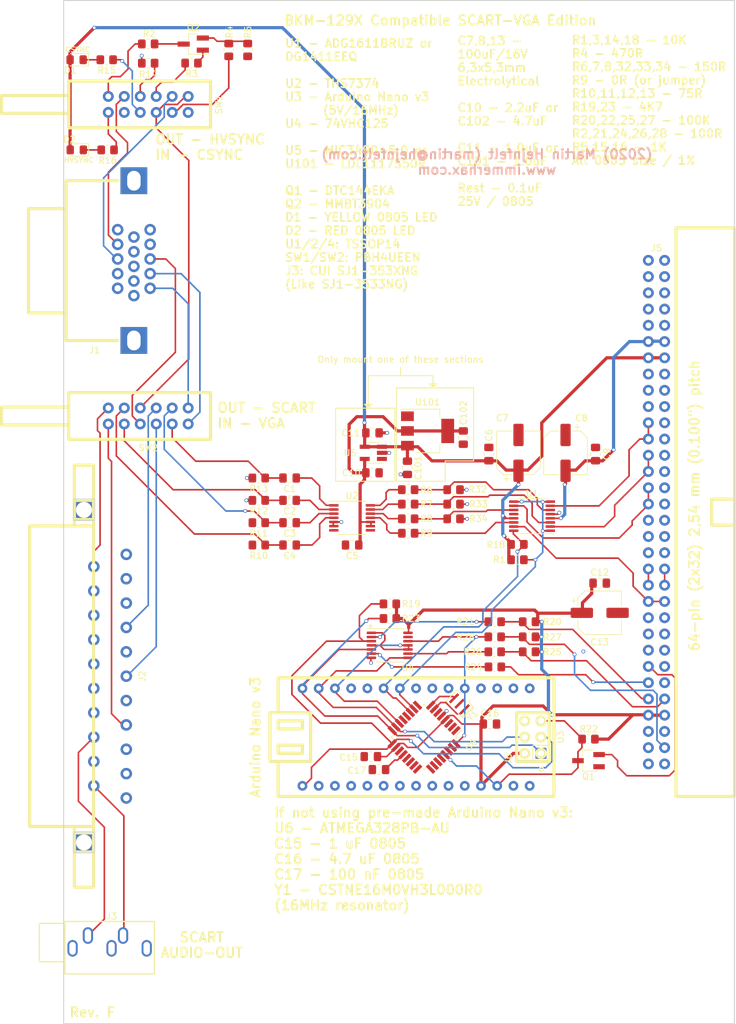
<source format=kicad_pcb>
(kicad_pcb (version 20240108) (generator "pcbnew") (generator_version "8.0")
  (layers (0 "F.Cu" signal) (31 "B.Cu" signal) (34 "B.Paste" user) (35 "F.Paste" user) (36 "B.SilkS" user "B.Silkscreen") (37 "F.SilkS" user "F.Silkscreen") (38 "B.Mask" user) (39 "F.Mask" user) (44 "Edge.Cuts" user))
  (net 0 "")
  (net 1 "Net-(C1-Pad1)")
  (net 2 "Net-(C2-Pad1)")
  (net 3 "Net-(C3-Pad1)")
  (net 4 "Net-(C4-Pad1)")
  (net 5 "+3V3")
  (net 6 "GND")
  (net 7 "VDD")
  (net 8 "VSS")
  (net 9 "/Y/G")
  (net 10 "/P-B/B")
  (net 11 "/P-R/R")
  (net 12 "Net-(J5-Pad20b)")
  (net 13 "/EXT_SYNC")
  (net 14 "/RESET")
  (net 15 "/MISO")
  (net 16 "/SCLK")
  (net 17 "Net-(J5-Pad20a)")
  (net 18 "/MOSI")
  (net 19 "/SLOT_ID")
  (net 20 "~{BX_OE}")
  (net 21 "Net-(R6-Pad2)")
  (net 22 "Net-(R7-Pad2)")
  (net 23 "Net-(R8-Pad2)")
  (net 24 "Net-(R9-Pad2)")
  (net 25 "~{EXT_SYNC_OE}")
  (net 26 "Net-(R21-Pad1)")
  (net 27 "+5VD")
  (net 28 "Net-(R24-Pad1)")
  (net 29 "Net-(R26-Pad1)")
  (net 30 "Net-(R32-Pad1)")
  (net 31 "Net-(R33-Pad1)")
  (net 32 "Net-(R34-Pad1)")
  (net 33 "Net-(R9-Pad1)")
  (net 34 "/VGA_G")
  (net 35 "/VGA_B")
  (net 36 "/VGA_R")
  (net 37 "/CSYNC")
  (net 38 "Net-(Q2-Pad2)")
  (net 39 "Net-(Q2-Pad3)")
  (net 40 "Net-(Q2-Pad1)")
  (net 41 "/COMB_V_SYNC")
  (net 42 "/COMB_H_SYNC")
  (net 43 "/COMB_CSYNC")
  (net 44 "Net-(R14-Pad2)")
  (net 45 "/CSYNC_ACT")
  (net 46 "/HV_SYNC_ACT")
  (net 47 "Net-(D1-Pad1)")
  (net 48 "Net-(D2-Pad1)")
  (net 49 "/H_SYNC")
  (net 50 "/V_SYNC")
  (net 51 "/OUT_G")
  (net 52 "/OUT_B")
  (net 53 "/OUT_R")
  (net 54 "/OUT_CS")
  (net 55 "Net-(C17-Pad2)")
  (net 56 "/SCART_R")
  (net 57 "/SCART_G")
  (net 58 "/SCART_B")
  (net 59 "/SCART_AL")
  (net 60 "/SCART_AR")
  (net 61 "/SCART_CS")
  (net 62 "MCU_MISO")
  (net 63 "MCU_SCK")
  (net 64 "MCU_MOSI")
  (net 65 "~{MCU_RESET}")
  (net 66 "MCU_SLOT_ID")
  (net 67 "~{MCU_SS}")
  (net 68 "Net-(U6-Pad7)")
  (net 69 "Net-(U6-Pad8)")
  (footprint "HD15-VGA:HD15-VGA" (layer "F.Cu") (at 60.5 65.8241 -90)
    (property "Reference" "J1")
    (property "Value" "DB15_Female_HighDensity_MountingHoles")
  )
  (footprint "SCART:NINIGI-SCART-RA" (layer "F.Cu") (at 59.309 130.81 -90)
    (property "Reference" "J2")
    (property "Value" "SCART-F")
  )
  (footprint "Pin_Headers:Pin_Header_Straight_2x03_Pitch2.54mm" (layer "F.Cu") (at 124.206 142.875 180)
    (property "Reference" "J6")
    (property "Value" "ICSP")
  )
  (footprint "CUI-JACK:SJ1-353XNG" (layer "F.Cu") (at 50.9016 172.466)
    (property "Reference" "J3")
    (property "Value" "SJ1-353XNG")
  )
  (footprint "PBH4UEE:PBH4UEE" (layer "F.Cu") (at 62.7443 90.1192)
    (property "Reference" "SW2")
    (property "Value" "PBH4UEENAGX")
  )
  (footprint "PBH4UEE:PBH4UEE" (layer "F.Cu") (at 62.7435 41.3986)
    (property "Reference" "SW1")
    (property "Value" "PBH4UEENAGX")
  )
  (footprint "standard-pin-64p-ra:STANDARD-PIN-64P-RA" (layer "F.Cu") (at 142.2908 105.156)
    (property "Reference" "J5")
    (property "Value" "Conn_02x32_Row_Letter_Last")
  )
  (footprint "Package_TO_SOT_SMD:SOT-223-3_TabPin2" (layer "F.Cu") (at 106.46156 92.46108)
    (property "Reference" "U101")
    (property "Value" "LDL1117S50R")
  )
  (footprint "Capacitor_SMD:C_0805_2012Metric_Pad1.18x1.45mm_HandSolder" (layer "F.Cu") (at 103.30688 98.2218 -90)
    (property "Reference" "C101")
    (property "Value" "1uF")
  )
  (footprint "Capacitor_SMD:C_0805_2012Metric_Pad1.18x1.45mm_HandSolder" (layer "F.Cu") (at 112.04956 93.4974 -90)
    (property "Reference" "C102")
    (property "Value" "4.7uF")
  )
  (footprint "Capacitor_SMD:C_0805_2012Metric_Pad1.18x1.45mm_HandSolder" (layer "F.Cu") (at 84.8741 99.822 180)
    (property "Reference" "C1")
    (property "Value" "0.1uF")
  )
  (footprint "Capacitor_SMD:C_0805_2012Metric_Pad1.18x1.45mm_HandSolder" (layer "F.Cu") (at 84.8741 103.3145 180)
    (property "Reference" "C2")
    (property "Value" "0.1uF")
  )
  (footprint "Capacitor_SMD:C_0805_2012Metric_Pad1.18x1.45mm_HandSolder" (layer "F.Cu") (at 84.8741 106.807 180)
    (property "Reference" "C3")
    (property "Value" "0.1uF")
  )
  (footprint "Capacitor_SMD:C_0805_2012Metric_Pad1.18x1.45mm_HandSolder" (layer "F.Cu") (at 84.8741 110.2995 180)
    (property "Reference" "C4")
    (property "Value" "0.1uF")
  )
  (footprint "Capacitor_SMD:C_0805_2012Metric_Pad1.18x1.45mm_HandSolder" (layer "F.Cu") (at 94.6531 110.2995 180)
    (property "Reference" "C5")
    (property "Value" "0.1uF")
  )
  (footprint "Capacitor_SMD:C_0805_2012Metric_Pad1.18x1.45mm_HandSolder" (layer "F.Cu") (at 116.0526 96.0755 90)
    (property "Reference" "C6")
    (property "Value" "0.1uF")
  )
  (footprint "Capacitor_SMD:C_0805_2012Metric_Pad1.18x1.45mm_HandSolder" (layer "F.Cu") (at 132.7531 96.0755 90)
    (property "Reference" "C9")
    (property "Value" "0.1uF")
  )
  (footprint "Capacitor_SMD:C_0805_2012Metric_Pad1.18x1.45mm_HandSolder" (layer "F.Cu") (at 97.8408 99.0092)
    (property "Reference" "C10")
    (property "Value" "2.2uF")
  )
  (footprint "Capacitor_SMD:C_0805_2012Metric_Pad1.18x1.45mm_HandSolder" (layer "F.Cu") (at 97.8408 92.7608 180)
    (property "Reference" "C11")
    (property "Value" "1uF")
  )
  (footprint "Capacitor_SMD:C_0805_2012Metric_Pad1.18x1.45mm_HandSolder" (layer "F.Cu") (at 133.4008 116.2558)
    (property "Reference" "C12")
    (property "Value" "0.1uF")
  )
  (footprint "Capacitor_SMD:C_0805_2012Metric_Pad1.18x1.45mm_HandSolder" (layer "F.Cu") (at 97.5868 143.383 180)
    (property "Reference" "C15")
    (property "Value" "1uF")
  )
  (footprint "Capacitor_SMD:C_0805_2012Metric_Pad1.18x1.45mm_HandSolder" (layer "F.Cu") (at 116.2177 138.2903)
    (property "Reference" "C16")
    (property "Value" "4.7uF")
  )
  (footprint "Capacitor_SMD:C_0805_2012Metric_Pad1.18x1.45mm_HandSolder" (layer "F.Cu") (at 98.8568 145.415)
    (property "Reference" "C17")
    (property "Value" "100nF")
  )
  (footprint "Resistor_SMD:R_0805_2012Metric_Pad1.20x1.40mm_HandSolder" (layer "F.Cu") (at 120.5316 112.603 180)
    (property "Reference" "R1")
    (property "Value" "10K")
  )
  (footprint "Resistor_SMD:R_0805_2012Metric_Pad1.20x1.40mm_HandSolder" (layer "F.Cu") (at 62.738 31.9405 180)
    (property "Reference" "R2")
    (property "Value" "100R")
  )
  (footprint "Resistor_SMD:R_0805_2012Metric_Pad1.20x1.40mm_HandSolder" (layer "F.Cu") (at 69.5198 34.9377 180)
    (property "Reference" "R3")
    (property "Value" "10K")
  )
  (footprint "Resistor_SMD:R_0805_2012Metric_Pad1.20x1.40mm_HandSolder" (layer "F.Cu") (at 75.3491 32.8803 90)
    (property "Reference" "R4")
    (property "Value" "470R")
  )
  (footprint "Resistor_SMD:R_0805_2012Metric_Pad1.20x1.40mm_HandSolder" (layer "F.Cu") (at 78.3082 32.8803 90)
    (property "Reference" "R5")
    (property "Value" "1K")
  )
  (footprint "Resistor_SMD:R_0805_2012Metric_Pad1.20x1.40mm_HandSolder" (layer "F.Cu") (at 103.4288 101.6508 180)
    (property "Reference" "R6")
    (property "Value" "150R")
  )
  (footprint "Resistor_SMD:R_0805_2012Metric_Pad1.20x1.40mm_HandSolder" (layer "F.Cu") (at 103.4316 103.903 180)
    (property "Reference" "R7")
    (property "Value" "150R")
  )
  (footprint "Resistor_SMD:R_0805_2012Metric_Pad1.20x1.40mm_HandSolder" (layer "F.Cu") (at 103.4316 106.203 180)
    (property "Reference" "R8")
    (property "Value" "150R")
  )
  (footprint "Resistor_SMD:R_0805_2012Metric_Pad1.20x1.40mm_HandSolder" (layer "F.Cu") (at 103.4316 108.453 180)
    (property "Reference" "R9")
    (property "Value" "0R")
  )
  (footprint "Resistor_SMD:R_0805_2012Metric_Pad1.20x1.40mm_HandSolder" (layer "F.Cu") (at 80.0481 110.2995 180)
    (property "Reference" "R10")
    (property "Value" "75R")
  )
  (footprint "Resistor_SMD:R_0805_2012Metric_Pad1.20x1.40mm_HandSolder" (layer "F.Cu") (at 80.0481 106.807 180)
    (property "Reference" "R11")
    (property "Value" "75R")
  )
  (footprint "Resistor_SMD:R_0805_2012Metric_Pad1.20x1.40mm_HandSolder" (layer "F.Cu") (at 80.0481 103.3145 180)
    (property "Reference" "R12")
    (property "Value" "75R")
  )
  (footprint "Resistor_SMD:R_0805_2012Metric_Pad1.20x1.40mm_HandSolder" (layer "F.Cu") (at 80.0481 99.822 180)
    (property "Reference" "R13")
    (property "Value" "75R")
  )
  (footprint "Resistor_SMD:R_0805_2012Metric_Pad1.20x1.40mm_HandSolder" (layer "F.Cu") (at 62.738 34.9504)
    (property "Reference" "R14")
    (property "Value" "10K")
  )
  (footprint "Resistor_SMD:R_0805_2012Metric_Pad1.20x1.40mm_HandSolder" (layer "F.Cu") (at 56.2445 34.417 180)
    (property "Reference" "R15")
    (property "Value" "1K")
  )
  (footprint "Resistor_SMD:R_0805_2012Metric_Pad1.20x1.40mm_HandSolder" (layer "F.Cu") (at 56.388 48.514 180)
    (property "Reference" "R16")
    (property "Value" "1K")
  )
  (footprint "Resistor_SMD:R_0805_2012Metric_Pad1.20x1.40mm_HandSolder" (layer "F.Cu") (at 120.5316 110.203)
    (property "Reference" "R18")
    (property "Value" "10K")
  )
  (footprint "Resistor_SMD:R_0805_2012Metric_Pad1.20x1.40mm_HandSolder" (layer "F.Cu") (at 100.5586 119.507)
    (property "Reference" "R19")
    (property "Value" "4K7")
  )
  (footprint "Resistor_SMD:R_0805_2012Metric_Pad1.20x1.40mm_HandSolder" (layer "F.Cu") (at 122.3518 122.301)
    (property "Reference" "R20")
    (property "Value" "100K")
  )
  (footprint "Resistor_SMD:R_0805_2012Metric_Pad1.20x1.40mm_HandSolder" (layer "F.Cu") (at 116.967 122.301)
    (property "Reference" "R21")
    (property "Value" "100R")
  )
  (footprint "Resistor_SMD:R_0805_2012Metric_Pad1.20x1.40mm_HandSolder" (layer "F.Cu") (at 131.6482 140.6525 180)
    (property "Reference" "R22")
    (property "Value" "100K")
  )
  (footprint "Resistor_SMD:R_0805_2012Metric_Pad1.20x1.40mm_HandSolder" (layer "F.Cu") (at 100.5586 121.793)
    (property "Reference" "R23")
    (property "Value" "4K7")
  )
  (footprint "Resistor_SMD:R_0805_2012Metric_Pad1.20x1.40mm_HandSolder" (layer "F.Cu") (at 116.9924 129.3622)
    (property "Reference" "R24")
    (property "Value" "100R")
  )
  (footprint "Resistor_SMD:R_0805_2012Metric_Pad1.20x1.40mm_HandSolder" (layer "F.Cu") (at 122.3518 127)
    (property "Reference" "R25")
    (property "Value" "100K")
  )
  (footprint "Resistor_SMD:R_0805_2012Metric_Pad1.20x1.40mm_HandSolder" (layer "F.Cu") (at 116.967 127)
    (property "Reference" "R26")
    (property "Value" "100R")
  )
  (footprint "Resistor_SMD:R_0805_2012Metric_Pad1.20x1.40mm_HandSolder" (layer "F.Cu") (at 116.967 124.6632)
    (property "Reference" "R28")
    (property "Value" "100R")
  )
  (footprint "Resistor_SMD:R_0805_2012Metric_Pad1.20x1.40mm_HandSolder" (layer "F.Cu") (at 110.5316 101.653)
    (property "Reference" "R32")
    (property "Value" "150R")
  )
  (footprint "Resistor_SMD:R_0805_2012Metric_Pad1.20x1.40mm_HandSolder" (layer "F.Cu") (at 110.5316 103.903)
    (property "Reference" "R33")
    (property "Value" "150R")
  )
  (footprint "Resistor_SMD:R_0805_2012Metric_Pad1.20x1.40mm_HandSolder" (layer "F.Cu") (at 110.5316 106.203)
    (property "Reference" "R34")
    (property "Value" "150R")
  )
  (footprint "Package_SO:TSSOP-14_4.4x5mm_P0.65mm" (layer "F.Cu") (at 94.6531 106.045)
    (property "Reference" "U2")
    (property "Value" "THS7374")
  )
  (footprint "Package_SO:TSSOP-14_4.4x5mm_P0.65mm" (layer "F.Cu") (at 100.5332 125.984)
    (property "Reference" "U4")
    (property "Value" "74LVC125")
  )
  (footprint "Package_TO_SOT_SMD:SOT-23-5_HandSoldering" (layer "F.Cu") (at 97.9678 95.885 180)
    (property "Reference" "U5")
    (property "Value" "MIC3490-5.0")
  )
  (footprint "Package_QFP:TQFP-32_7x7mm_P0.8mm" (layer "F.Cu") (at 105.918 140.3477 -135)
    (property "Reference" "U6")
    (property "Value" "ATMEGA328PB-AU")
  )
  (footprint "Package_SO:TSSOP-16_4.4x5mm_P0.65mm" (layer "F.Cu") (at 122.809 105.791 180)
    (property "Reference" "U1")
    (property "Value" "ADG1611")
  )
  (footprint "Resistor_SMD:R_0805_2012Metric_Pad1.20x1.40mm_HandSolder" (layer "F.Cu") (at 122.3518 124.6632)
    (property "Reference" "R27")
    (property "Value" "100K")
  )
  (footprint "Capacitor_SMD:CP_Elec_6.3x5.3" (layer "F.Cu") (at 120.6881 95.885 90)
    (property "Reference" "C7")
    (property "Value" "100uF")
  )
  (footprint "Capacitor_SMD:CP_Elec_6.3x5.3" (layer "F.Cu") (at 128.0541 95.885 -90)
    (property "Reference" "C8")
    (property "Value" "100uF")
  )
  (footprint "Capacitor_SMD:CP_Elec_6.3x5.3" (layer "F.Cu") (at 133.4008 120.904)
    (property "Reference" "C13")
    (property "Value" "100uF")
  )
  (footprint "Diode_SMD:D_0805_2012Metric_Pad1.15x1.40mm_HandSolder" (layer "F.Cu") (at 51.5366 34.417 180)
    (property "Reference" "D1")
    (property "Value" "RED_LED")
  )
  (footprint "Diode_SMD:D_0805_2012Metric_Pad1.15x1.40mm_HandSolder" (layer "F.Cu") (at 51.562 48.514 180)
    (property "Reference" "D2")
    (property "Value" "GREEN_LED")
  )
  (footprint "Package_TO_SOT_SMD:SC-59_Handsoldering" (layer "F.Cu") (at 131.6482 144.018 180)
    (property "Reference" "Q1")
    (property "Value" "DTC144EKA")
  )
  (footprint "Package_TO_SOT_SMD:SOT-23_Handsoldering" (layer "F.Cu") (at 69.7865 31.9659 180)
    (property "Reference" "Q2")
    (property "Value" "MMBT3904")
  )
  (footprint "Crystal:Resonator_SMD_muRata_CSTxExxV-3Pin_3.0x1.1mm" (layer "F.Cu") (at 111.4552 135.1153 135)
    (property "Reference" "Y1")
    (property "Value" "CSTNE16M0VH3L000R0")
  )
  (footprint "arduino-nano-v3:arduino-nano-v3" (layer "F.Cu") (at 104.6607 140.335 -90)
    (property "Reference" "U3")
    (property "Value" "arduino-nano-v3")
  )
  (gr_line (start 101.346 88.9) (end 92.075 88.9) (stroke (width 0.15)) (layer "F.SilkS"))
  (gr_line (start 101.6 85.725) (end 101.6 88.9) (stroke (width 0.15)) (layer "F.SilkS"))
  (gr_line (start 101.346 88.9) (end 101.346 100.33) (stroke (width 0.15)) (layer "F.SilkS"))
  (gr_circle (center 124.2695 145.3388) (end 124.5616 145.4912) (stroke (width 0.2)) (fill none) (layer "F.SilkS"))
  (gr_poly (pts (xy 107.315 85.725) (xy 106.68 85.09) (xy 107.95 85.09)) (stroke (width 0.1)) (fill solid) (layer "F.SilkS"))
  (gr_circle (center 97.5236 123.003) (end 97.5736 122.953) (stroke (width 0.2)) (fill none) (layer "F.SilkS"))
  (gr_poly (pts (xy 97.155 88.9) (xy 96.52 88.265) (xy 97.79 88.265)) (stroke (width 0.1)) (fill solid) (layer "F.SilkS"))
  (gr_line (start 101.6 100.33) (end 109.22 100.33) (stroke (width 0.15)) (layer "F.SilkS"))
  (gr_line (start 97.155 88.9) (end 97.155 83.82) (stroke (width 0.15)) (layer "F.SilkS"))
  (gr_line (start 97.155 83.82) (end 107.315 83.82) (stroke (width 0.15)) (layer "F.SilkS"))
  (gr_line (start 109.22 97.155) (end 113.665 97.155) (stroke (width 0.15)) (layer "F.SilkS"))
  (gr_line (start 109.22 100.33) (end 109.22 97.155) (stroke (width 0.15)) (layer "F.SilkS"))
  (gr_line (start 101.6 100.33) (end 101.6 88.9) (stroke (width 0.15)) (layer "F.SilkS"))
  (gr_line (start 92.075 88.9) (end 92.075 100.33) (stroke (width 0.15)) (layer "F.SilkS"))
  (gr_line (start 92.075 100.33) (end 101.346 100.33) (stroke (width 0.15)) (layer "F.SilkS"))
  (gr_line (start 113.665 97.155) (end 113.665 85.725) (stroke (width 0.15)) (layer "F.SilkS"))
  (gr_line (start 107.315 83.82) (end 107.315 85.725) (stroke (width 0.15)) (layer "F.SilkS"))
  (gr_circle (center 118.9736 109.103) (end 119.0736 109.103) (stroke (width 0.2)) (fill none) (layer "F.SilkS"))
  (gr_line (start 113.665 85.725) (end 101.6 85.725) (stroke (width 0.15)) (layer "F.SilkS"))
  (gr_line (start 102.235 82.55) (end 102.235 83.82) (stroke (width 0.15)) (layer "F.SilkS"))
  (gr_circle (center 84.7736 102.903) (end 84.8736 102.903) (stroke (width 0.2)) (fill none) (layer "F.SilkS"))
  (gr_line (start 51.054 103.124) (end 54.356 103.124) (stroke (width 0.15)) (layer "Edge.Cuts"))
  (gr_line (start 154.4701 149.733) (end 154.4701 60.452) (stroke (width 0.15)) (layer "Edge.Cuts"))
  (gr_line (start 154.4701 25.146) (end 49.5046 25.146) (stroke (width 0.15)) (layer "Edge.Cuts"))
  (gr_line (start 54.356 106.426) (end 51.054 106.426) (stroke (width 0.15)) (layer "Edge.Cuts"))
  (gr_line (start 51.054 158.369) (end 54.356 158.369) (stroke (width 0.15)) (layer "Edge.Cuts"))
  (gr_line (start 154.4701 165.1635) (end 154.4701 185.1533) (stroke (width 0.15)) (layer "Edge.Cuts"))
  (gr_line (start 154.4701 185.1533) (end 49.5046 185.1533) (stroke (width 0.15)) (layer "Edge.Cuts"))
  (gr_line (start 154.4701 45.1485) (end 154.4701 25.146) (stroke (width 0.15)) (layer "Edge.Cuts"))
  (gr_line (start 51.054 106.426) (end 51.054 103.124) (stroke (width 0.15)) (layer "Edge.Cuts"))
  (gr_line (start 154.4701 60.452) (end 154.4701 45.1485) (stroke (width 0.15)) (layer "Edge.Cuts"))
  (gr_line (start 54.356 155.194) (end 51.054 155.194) (stroke (width 0.15)) (layer "Edge.Cuts"))
  (gr_line (start 154.4701 149.733) (end 154.4701 165.1635) (stroke (width 0.15)) (layer "Edge.Cuts"))
  (gr_line (start 54.356 103.124) (end 54.356 106.426) (stroke (width 0.15)) (layer "Edge.Cuts"))
  (gr_line (start 49.5046 185.1533) (end 49.5046 25.146) (stroke (width 0.15)) (layer "Edge.Cuts"))
  (gr_line (start 51.054 155.194) (end 51.054 158.369) (stroke (width 0.15)) (layer "Edge.Cuts"))
  (gr_line (start 54.356 158.369) (end 54.356 155.194) (stroke (width 0.15)) (layer "Edge.Cuts"))
  (gr_text "(2020) Martin Hejnfelt (martin@hejnfelt.com)\nwww.immerhax.com" (at 115.7478 50.3936 0) (layer "B.SilkS") (effects (font (size 1.5 1.5) (thickness 0.3)) (justify mirror)))
  (gr_text "R1,3,14,18 - 10K\nR4 - 470R\nR6,7,8,32,33,34 - 150R\nR9 - 0R (or jumper)\nR10,11,12,13 - 75R\nR19,23 - 4K7\nR20,22,25,27 - 100K\nR2,21,24,26,28 - 100R\nR5,15,16 - 1K\nAll 0805 size / 1%" (at 128.8906 40.74 0) (layer "F.SilkS") (effects (font (size 1.3 1.3) (thickness 0.25)) (justify left)))
  (gr_text "64-pin (2x32) 2,54 mm (0.100\") pitch" (at 148.2344 104.1654 90) (layer "F.SilkS") (effects (font (size 1.5 1.5) (thickness 0.3))))
  (gr_text "OUT - HVSYNC\nIN - CSYNC" (at 63.6905 48.0695 0) (layer "F.SilkS") (effects (font (size 1.5 1.5) (thickness 0.3)) (justify left)))
  (gr_text "SCART\nAUDIO-OUT" (at 71.12 172.847 0) (layer "F.SilkS") (effects (font (size 1.5 1.5) (thickness 0.3))))
  (gr_text "OUT - SCART\nIN - VGA" (at 73.406 90.043 0) (layer "F.SilkS") (effects (font (size 1.5 1.5) (thickness 0.3)) (justify left)))
  (gr_text "BKM-129X Compatible SCART-VGA Edition" (at 108.458 28.2575 0) (layer "F.SilkS") (effects (font (size 1.5 1.5) (thickness 0.3))))
  (gr_text "U1 - ADG1611BRUZ or\nDG1411EEQ\n\nU2 - THS7374\nU3 - Arduino Nano v3\n      (5V/16MHz)\nU4 - 74VHC125\n\nU5 - MIC3490-5.0 or\nU101 - LDL1117S50R\n\nQ1 - DTC144EKA\nQ2 - MMBT3904\nD1 - YELLOW 0805 LED\nD2 - RED 0805 LED\nU1/2/4: TSSOP14\nSW1/SW2: PBH4UEEN\nJ3: CUI SJ1-353XNG\n(Like SJ1-3533NG)" (at 84.0105 50.673 0) (layer "F.SilkS") (effects (font (size 1.3 1.3) (thickness 0.25)) (justify left)))
  (gr_text "HVSYNC" (at 51.8795 50.1015 0) (layer "F.SilkS") (effects (font (size 0.8 0.8))))
  (gr_text "C7,8,13 -\n100uF/16V\n6,3x5,3mm\nElectrolytical\n\nC10 - 2.2uF or\nC102 - 4.7uF\n\nC11 - 1.0uF or\nC101 - 1.0uF\n\nRest - 0.1uF\n25V / 0805\n" (at 110.998 44.0055 0) (layer "F.SilkS") (effects (font (size 1.3 1.3) (thickness 0.25)) (justify left)))
  (gr_text "Only mount one of these sections" (at 102.235 81.28 0) (layer "F.SilkS") (effects (font (size 1 1))))
  (gr_text "Rev. F" (at 53.975 183.388 0) (layer "F.SilkS") (effects (font (size 1.5 1.5) (thickness 0.3))))
  (gr_text "If not using pre-made Arduino Nano v3:\nU6 - ATMEGA328PB-AU\nC15 - 1 uF 0805\nC16 - 4.7 uF 0805\nC17 - 100 nF 0805\nY1 - CSTNE16M0VH3L000R0\n(16MHz resonator)\n" (at 82.296 159.385 0) (layer "F.SilkS") (effects (font (size 1.5 1.5) (thickness 0.3)) (justify left)))
  (gr_text "CSYNC" (at 51.7144 32.8295 0) (layer "F.SilkS") (effects (font (size 0.8 0.8))))
  (segment (start 88.3285 99.822) (end 89.5731 101.0666) (width 0.25) (layer "F.Cu") (net 1))
  (segment (start 89.5731 101.0666) (end 89.5731 103.0605) (width 0.25) (layer "F.Cu") (net 1))
  (segment (start 89.5731 103.0605) (end 90.6001 104.0875) (width 0.25) (layer "F.Cu") (net 1))
  (segment (start 90.6001 104.0875) (end 91.7031 104.0875) (width 0.25) (layer "F.Cu") (net 1))
  (segment (start 86.1241 99.822) (end 88.3285 99.822) (width 0.25) (layer "F.Cu") (net 1))
  (segment (start 88.0491 103.3145) (end 89.4721 104.7375) (width 0.25) (layer "F.Cu") (net 2))
  (segment (start 89.4721 104.7375) (end 91.7031 104.7375) (width 0.25) (layer "F.Cu") (net 2))
  (segment (start 86.1241 103.3145) (end 86.3219 103.3145) (width 0.25) (layer "F.Cu") (net 2))
  (segment (start 86.1241 103.3145) (end 86.5251 103.3145) (width 0.25) (layer "F.Cu") (net 2))
  (segment (start 86.1241 103.3145) (end 88.0491 103.3145) (width 0.25) (layer "F.Cu") (net 2))
  (segment (start 88.0491 106.807) (end 89.4686 105.3875) (width 0.25) (layer "F.Cu") (net 3))
  (segment (start 89.4686 105.3875) (end 91.7031 105.3875) (width 0.25) (layer "F.Cu") (net 3))
  (segment (start 86.1241 106.807) (end 88.0491 106.807) (width 0.25) (layer "F.Cu") (net 3))
  (segment (start 86.1241 106.807) (end 86.1822 106.807) (width 0.25) (layer "F.Cu") (net 3))
  (segment (start 86.1241 106.807) (end 86.1314 106.807) (width 0.25) (layer "F.Cu") (net 3))
  (segment (start 88.392 110.2995) (end 89.5731 109.1184) (width 0.25) (layer "F.Cu") (net 4))
  (segment (start 89.5731 109.1184) (end 89.5731 106.9975) (width 0.25) (layer "F.Cu") (net 4))
  (segment (start 89.5731 106.9975) (end 90.5331 106.0375) (width 0.25) (layer "F.Cu") (net 4))
  (segment (start 90.5331 106.0375) (end 91.7031 106.0375) (width 0.25) (layer "F.Cu") (net 4))
  (segment (start 86.1241 110.2995) (end 88.392 110.2995) (width 0.25) (layer "F.Cu") (net 4))
  (segment (start 86.1241 110.2995) (end 86.8299 110.2995) (width 0.25) (layer "F.Cu") (net 4))
  (segment (start 86.1241 110.2995) (end 86.2711 110.2995) (width 0.25) (layer "F.Cu") (net 4))
  (segment (start 95.9031 110.7005) (end 95.9031 110.2995) (width 0.25) (layer "F.Cu") (net 5))
  (segment (start 96.6178 98.9822) (end 96.5908 99.0092) (width 0.5) (layer "F.Cu") (net 5))
  (segment (start 96.5908 100.1068) (end 95.9031 100.7945) (width 0.5) (layer "F.Cu") (net 5))
  (segment (start 95.9031 100.7945) (end 95.9031 106.7054) (width 0.5) (layer "F.Cu") (net 5))
  (segment (start 95.9031 106.695) (end 95.9135 106.7054) (width 0.25) (layer "F.Cu") (net 5))
  (segment (start 95.9135 106.7054) (end 95.9031 106.7054) (width 0.25) (layer "F.Cu") (net 5))
  (segment (start 95.9031 106.7054) (end 95.9031 110.2995) (width 0.5) (layer "F.Cu") (net 5))
  (segment (start 96.5908 99.0092) (end 96.5908 100.1068) (width 0.5) (layer "F.Cu") (net 5))
  (segment (start 103.31156 92.46108) (end 101.727 92.46108) (width 0.5) (layer "F.Cu") (net 5))
  (segment (start 109.61156 92.46108) (end 112.04838 92.46108) (width 0.5) (layer "F.Cu") (net 5))
  (segment (start 94.869 99.0092) (end 96.5908 99.0092) (width 0.5) (layer "F.Cu") (net 5))
  (segment (start 96.6178 96.835) (end 96.6178 98.9822) (width 0.5) (layer "F.Cu") (net 5))
  (segment (start 94.1832 91.44) (end 94.1832 98.3234) (width 0.5) (layer "F.Cu") (net 5))
  (segment (start 103.31156 92.46108) (end 109.61156 92.46108) (width 0.5) (layer "F.Cu") (net 5))
  (segment (start 96.5908 99.0092) (end 96.5908 99.167) (width 0.5) (layer "F.Cu") (net 5))
  (segment (start 95.39224 90.23096) (end 94.1832 91.44) (width 0.5) (layer "F.Cu") (net 5))
  (segment (start 101.727 92.46108) (end 99.49688 90.23096) (width 0.5) (layer "F.Cu") (net 5))
  (segment (start 112.04838 92.46108) (end 112.04956 92.4599) (width 0.5) (layer "F.Cu") (net 5))
  (segment (start 97.6031 107.345) (end 97.6031 106.695) (width 0.25) (layer "F.Cu") (net 5))
  (segment (start 97.6031 106.695) (end 95.9031 106.695) (width 0.25) (layer "F.Cu") (net 5))
  (segment (start 94.1832 98.3234) (end 94.869 99.0092) (width 0.5) (layer "F.Cu") (net 5))
  (segment (start 99.49688 90.23096) (end 95.39224 90.23096) (width 0.5) (layer "F.Cu") (net 5))
  (segment (start 97.5832 128.6855) (end 97.6122 128.7145) (width 0.25) (layer "F.Cu") (net 6))
  (segment (start 92.9536 106.695) (end 92.964 106.7054) (width 0.25) (layer "F.Cu") (net 6))
  (segment (start 126.8566 105.478) (end 127.0816 105.253) (width 0.25) (layer "F.Cu") (net 6))
  (segment (start 108.640361 137.053839) (end 109.4359 136.2583) (width 0.25) (layer "F.Cu") (net 6))
  (segment (start 97.5832 127.934) (end 97.5832 128.6855) (width 0.25) (layer "F.Cu") (net 6))
  (segment (start 91.7031 106.695) (end 92.9536 106.695) (width 0.25) (layer "F.Cu") (net 6))
  (segment (start 102.2438 99.2593) (end 103.30688 99.2593) (width 0.5) (layer "F.Cu") (net 6))
  (segment (start 108.640361 137.059653) (end 108.640361 137.053839) (width 0.25) (layer "F.Cu") (net 6))
  (segment (start 125.7816 105.478) (end 126.8566 105.478) (width 0.25) (layer "F.Cu") (net 6))
  (segment (start 102.235 99.2505) (end 102.2438 99.2593) (width 0.5) (layer "F.Cu") (net 6))
  (segment (start 78.1812 99.822) (end 79.0481 99.822) (width 0.5) (layer "F.Cu") (net 6))
  (segment (start 61.722 34.9344) (end 61.738 34.9504) (width 0.25) (layer "F.Cu") (net 6))
  (segment (start 99.0908 92.7608) (end 100.14204 92.7608) (width 0.5) (layer "F.Cu") (net 6))
  (segment (start 111.8816 101.653) (end 112.575 101.653) (width 0.25) (layer "F.Cu") (net 6))
  (segment (start 111.8816 103.903) (end 112.666 103.903) (width 0.25) (layer "F.Cu") (net 6))
  (segment (start 79.0481 103.3145) (end 78.105 103.3145) (width 0.5) (layer "F.Cu") (net 6))
  (segment (start 91.7031 107.345) (end 91.7031 106.695) (width 0.25) (layer "F.Cu") (net 6))
  (segment (start 100.457 95.885) (end 99.3178 95.885) (width 0.5) (layer "F.Cu") (net 6))
  (segment (start 111.8816 106.203) (end 112.649 106.203) (width 0.25) (layer "F.Cu") (net 6))
  (segment (start 61.722 33.782) (end 61.722 34.9344) (width 0.25) (layer "F.Cu") (net 6))
  (via (at 61.722 33.782) (size 0.6) (drill 0.4) (layers "F.Cu" "B.Cu") (net 6))
  (via (at 127.0816 105.253) (size 0.6) (drill 0.4) (layers "F.Cu" "B.Cu") (net 6))
  (via (at 102.235 99.2505) (size 0.6) (drill 0.4) (layers "F.Cu" "B.Cu") (net 6))
  (via (at 109.4359 136.2583) (size 0.6) (drill 0.4) (layers "F.Cu" "B.Cu") (net 6))
  (via (at 112.649 106.203) (size 0.6) (drill 0.4) (layers "F.Cu" "B.Cu") (net 6))
  (via (at 130.8354 126.9492) (size 0.6) (drill 0.4) (layers "F.Cu" "B.Cu") (net 6))
  (via (at 97.6122 128.7145) (size 0.6) (drill 0.4) (layers "F.Cu" "B.Cu") (net 6))
  (via (at 78.1812 99.822) (size 0.6) (drill 0.4) (layers "F.Cu" "B.Cu") (net 6))
  (via (at 100.14204 92.7608) (size 0.6) (drill 0.4) (layers "F.Cu" "B.Cu") (net 6))
  (via (at 78.105 103.3145) (size 0.6) (drill 0.4) (layers "F.Cu" "B.Cu") (net 6))
  (via (at 92.964 106.7054) (size 0.6) (drill 0.4) (layers "F.Cu" "B.Cu") (net 6))
  (via (at 112.575 101.653) (size 0.6) (drill 0.4) (layers "F.Cu" "B.Cu") (net 6))
  (via (at 100.457 95.885) (size 0.6) (drill 0.4) (layers "F.Cu" "B.Cu") (net 6))
  (via (at 112.666 103.903) (size 0.6) (drill 0.4) (layers "F.Cu" "B.Cu") (net 6))
  (segment (start 117.3026 97.135) (end 118.7526 98.585) (width 0.5) (layer "F.Cu") (net 7))
  (segment (start 118.7526 98.585) (end 120.6881 98.585) (width 0.5) (layer "F.Cu") (net 7))
  (segment (start 96.6178 92.7878) (end 96.5908 92.7608) (width 0.5) (layer "F.Cu") (net 7))
  (segment (start 120.6881 100.8465) (end 120.6816 100.853) (width 0.5) (layer "F.Cu") (net 7))
  (segment (start 118.2316 105.703) (end 118.5816 106.053) (width 0.5) (layer "F.Cu") (net 7))
  (segment (start 118.6066 106.128) (end 118.5816 106.103) (width 0.25) (layer "F.Cu") (net 7))
  (segment (start 118.4316 108.853) (end 119.1816 109.603) (width 0.5) (layer "F.Cu") (net 7))
  (segment (start 119.1816 109.603) (end 119.1816 110.203) (width 0.5) (layer "F.Cu") (net 7))
  (segment (start 96.5835 91.1606) (end 96.5908 91.1679) (width 0.5) (layer "F.Cu") (net 7))
  (segment (start 96.5908 91.1679) (end 96.5908 92.7608) (width 0.5) (layer "F.Cu") (net 7))
  (segment (start 103.30688 97.1843) (end 103.30688 94.76576) (width 0.5) (layer "F.Cu") (net 7))
  (segment (start 124.333 91.1987) (end 134.5057 81.026) (width 0.5) (layer "F.Cu") (net 7))
  (segment (start 124.333 96.393) (end 124.333 91.1987) (width 0.5) (layer "F.Cu") (net 7))
  (segment (start 122.141 98.585) (end 124.333 96.393) (width 0.5) (layer "F.Cu") (net 7))
  (segment (start 134.5057 81.026) (end 141.0208 81.026) (width 0.5) (layer "F.Cu") (net 7))
  (segment (start 96.6178 94.935) (end 96.6178 92.7878) (width 0.5) (layer "F.Cu") (net 7))
  (segment (start 120.6881 98.585) (end 122.141 98.585) (width 0.5) (layer "F.Cu") (net 7))
  (segment (start 107.13752 97.135) (end 116.0526 97.135) (width 0.5) (layer "F.Cu") (net 7))
  (segment (start 119.8816 106.128) (end 118.6066 106.128) (width 0.25) (layer "F.Cu") (net 7))
  (segment (start 103.30688 94.76576) (end 103.31156 94.76108) (width 0.5) (layer "F.Cu") (net 7))
  (segment (start 50.4866 33.2064) (end 54.2925 29.4005) (width 0.5) (layer "F.Cu") (net 7))
  (segment (start 50.512 48.514) (end 50.512 34.6329) (width 0.5) (layer "F.Cu") (net 7))
  (segment (start 50.4866 34.6075) (end 50.4866 33.2064) (width 0.5) (layer "F.Cu") (net 7))
  (segment (start 116.0526 97.135) (end 117.3026 97.135) (width 0.5) (layer "F.Cu") (net 7))
  (segment (start 119.1816 110.203) (end 119.1816 112.603) (width 0.5) (layer "F.Cu") (net 7))
  (segment (start 99.3178 94.935) (end 104.93752 94.935) (width 0.5) (layer "F.Cu") (net 7))
  (segment (start 143.5608 81.026) (end 141.0208 81.026) (width 0.5) (layer "F.Cu") (net 7))
  (segment (start 104.93752 94.935) (end 107.13752 97.135) (width 0.5) (layer "F.Cu") (net 7))
  (segment (start 96.6178 94.935) (end 99.3178 94.935) (width 0.5) (layer "F.Cu") (net 7))
  (segment (start 120.6881 100.8465) (end 120.6881 98.585) (width 0.5) (layer "F.Cu") (net 7))
  (segment (start 50.512 34.6329) (end 50.4866 34.6075) (width 0.5) (layer "F.Cu") (net 7))
  (via (at 120.6816 100.853) (size 0.6) (drill 0.4) (layers "F.Cu" "B.Cu") (net 7))
  (via (at 118.4316 108.853) (size 0.6) (drill 0.4) (layers "F.Cu" "B.Cu") (net 7))
  (via (at 54.2925 29.4005) (size 0.6) (drill 0.4) (layers "F.Cu" "B.Cu") (net 7))
  (via (at 118.2316 105.703) (size 0.6) (drill 0.4) (layers "F.Cu" "B.Cu") (net 7))
  (via (at 96.5835 91.1606) (size 0.6) (drill 0.4) (layers "F.Cu" "B.Cu") (net 7))
  (segment (start 120.6816 100.853) (end 118.2316 103.303) (width 0.5) (layer "B.Cu") (net 7))
  (segment (start 118.2316 103.303) (end 118.2316 105.703) (width 0.5) (layer "B.Cu") (net 7))
  (segment (start 118.2316 108.653) (end 118.4316 108.853) (width 0.5) (layer "B.Cu") (net 7))
  (segment (start 96.5835 52.4256) (end 96.5835 91.1606) (width 0.5) (layer "B.Cu") (net 7))
  (segment (start 118.2316 105.703) (end 118.2316 108.653) (width 0.5) (layer "B.Cu") (net 7))
  (segment (start 83.7565 29.4005) (end 96.5835 42.2275) (width 0.5) (layer "B.Cu") (net 7))
  (segment (start 54.2925 29.4005) (end 83.7565 29.4005) (width 0.5) (layer "B.Cu") (net 7))
  (segment (start 96.5835 42.2275) (end 96.5835 52.4256) (width 0.5) (layer "B.Cu") (net 7))
  (segment (start 129.6721 98.585) (end 131.1221 97.135) (width 0.5) (layer "F.Cu") (net 8))
  (segment (start 131.1221 97.135) (end 132.7531 97.135) (width 0.5) (layer "F.Cu") (net 8))
  (segment (start 127.3066 106.128) (end 127.3316 106.103) (width 0.25) (layer "F.Cu") (net 8))
  (segment (start 127.9316 100.853) (end 128.0541 100.7305) (width 0.5) (layer "F.Cu") (net 8))
  (segment (start 128.0541 100.7305) (end 128.0541 98.585) (width 0.5) (layer "F.Cu") (net 8))
  (segment (start 135.5725 95.4151) (end 133.8526 97.135) (width 0.5) (layer "F.Cu") (net 8))
  (segment (start 133.8526 97.135) (end 132.7531 97.135) (width 0.5) (layer "F.Cu") (net 8))
  (segment (start 125.7816 106.128) (end 127.3066 106.128) (width 0.25) (layer "F.Cu") (net 8))
  (segment (start 128.0541 98.585) (end 129.6721 98.585) (width 0.5) (layer "F.Cu") (net 8))
  (via (at 127.3316 106.103) (size 0.6) (drill 0.4) (layers "F.Cu" "B.Cu") (net 8))
  (via (at 127.9316 100.853) (size 0.6) (drill 0.4) (layers "F.Cu" "B.Cu") (net 8))
  (via (at 135.5725 95.4151) (size 0.6) (drill 0.4) (layers "F.Cu" "B.Cu") (net 8))
  (segment (start 127.9316 105.503) (end 127.9316 100.853) (width 0.5) (layer "B.Cu") (net 8))
  (segment (start 138.049 78.486) (end 135.5725 80.9625) (width 0.5) (layer "B.Cu") (net 8))
  (segment (start 135.5725 80.9625) (end 135.5725 95.4151) (width 0.5) (layer "B.Cu") (net 8))
  (segment (start 143.4846 78.4225) (end 141.0716 78.4225) (width 0.5) (layer "B.Cu") (net 8))
  (segment (start 141.0208 78.486) (end 138.049 78.486) (width 0.5) (layer "B.Cu") (net 8))
  (segment (start 127.3316 106.103) (end 127.9316 105.503) (width 0.5) (layer "B.Cu") (net 8))
  (segment (start 140.9573 93.6625) (end 141.0208 93.726) (width 0.25) (layer "F.Cu") (net 9))
  (segment (start 132.6007 104.178) (end 132.6066 104.178) (width 0.25) (layer "F.Cu") (net 9))
  (segment (start 133.312 104.178) (end 137.9982 99.4918) (width 0.25) (layer "F.Cu") (net 9))
  (segment (start 137.9982 99.4918) (end 137.9982 95.4024) (width 0.25) (layer "F.Cu") (net 9))
  (segment (start 137.9982 95.4024) (end 139.6746 93.726) (width 0.25) (layer "F.Cu") (net 9))
  (segment (start 139.6746 93.726) (end 141.0208 93.726) (width 0.25) (layer "F.Cu") (net 9))
  (segment (start 141.0208 93.726) (end 141.0208 91.186) (width 0.25) (layer "F.Cu") (net 9))
  (segment (start 125.7816 104.178) (end 132.6007 104.178) (width 0.25) (layer "F.Cu") (net 9))
  (segment (start 132.6007 104.178) (end 133.312 104.178) (width 0.25) (layer "F.Cu") (net 9))
  (segment (start 134.1133 107.428) (end 135.7376 105.8037) (width 0.25) (layer "F.Cu") (net 10))
  (segment (start 135.7376 105.8037) (end 135.7376 104.0892) (width 0.25) (layer "F.Cu") (net 10))
  (segment (start 135.7376 104.0892) (end 141.0208 98.806) (width 0.25) (layer "F.Cu") (net 10))
  (segment (start 134.1066 107.428) (end 134.1133 107.428) (width 0.25) (layer "F.Cu") (net 10))
  (segment (start 141.0208 98.806) (end 141.0208 96.266) (width 0.25) (layer "F.Cu") (net 10))
  (segment (start 125.7816 107.428) (end 134.1066 107.428) (width 0.25) (layer "F.Cu") (net 10))
  (segment (start 121.5066 104.178) (end 122.0316 104.703) (width 0.25) (layer "F.Cu") (net 11))
  (segment (start 122.0316 104.703) (end 122.0316 106.703) (width 0.25) (layer "F.Cu") (net 11))
  (segment (start 122.0316 106.703) (end 124.5316 109.203) (width 0.25) (layer "F.Cu") (net 11))
  (segment (start 138.4808 107.1753) (end 136.4531 109.203) (width 0.25) (layer "F.Cu") (net 11))
  (segment (start 136.4531 109.203) (end 124.5316 109.203) (width 0.25) (layer "F.Cu") (net 11))
  (segment (start 141.0208 104.0003) (end 138.4808 106.5403) (width 0.25) (layer "F.Cu") (net 11))
  (segment (start 138.4808 106.5403) (end 138.4808 107.1753) (width 0.25) (layer "F.Cu") (net 11))
  (segment (start 141.0208 103.886) (end 141.0208 104.0003) (width 0.25) (layer "F.Cu") (net 11))
  (segment (start 119.8816 104.178) (end 121.5066 104.178) (width 0.25) (layer "F.Cu") (net 11))
  (segment (start 141.0208 103.886) (end 141.0208 101.346) (width 0.25) (layer "F.Cu") (net 11))
  (segment (start 141.0208 116.586) (end 141.0208 114.046) (width 0.25) (layer "F.Cu") (net 12))
  (segment (start 121.6566 107.428) (end 126.5816 112.353) (width 0.25) (layer "F.Cu") (net 13))
  (segment (start 136.2925 112.353) (end 138.6332 114.6937) (width 0.25) (layer "F.Cu") (net 13))
  (segment (start 138.6332 114.6937) (end 138.6332 116.7384) (width 0.25) (layer "F.Cu") (net 13))
  (segment (start 138.6332 116.7384) (end 141.0208 119.126) (width 0.25) (layer "F.Cu") (net 13))
  (segment (start 143.5608 119.126) (end 141.0208 119.126) (width 0.25) (layer "F.Cu") (net 13))
  (segment (start 126.5816 112.353) (end 136.2925 112.353) (width 0.25) (layer "F.Cu") (net 13))
  (segment (start 119.8816 107.428) (end 121.6566 107.428) (width 0.25) (layer "F.Cu") (net 13))
  (segment (start 135.2702 143.068) (end 136.1948 143.9926) (width 0.25) (layer "F.Cu") (net 14))
  (segment (start 136.1948 143.9926) (end 136.1948 144.9324) (width 0.25) (layer "F.Cu") (net 14))
  (segment (start 136.1948 144.9324) (end 137.6426 146.3802) (width 0.25) (layer "F.Cu") (net 14))
  (segment (start 144.2974 146.3802) (end 145.1864 145.4912) (width 0.25) (layer "F.Cu") (net 14))
  (segment (start 145.1864 145.4912) (end 145.1864 131.064) (width 0.25) (layer "F.Cu") (net 14))
  (segment (start 141.1986 129.286) (end 142.494 130.5814) (width 0.25) (layer "F.Cu") (net 14))
  (segment (start 142.494 130.5814) (end 144.7038 130.5814) (width 0.25) (layer "F.Cu") (net 14))
  (segment (start 144.7038 130.5814) (end 145.1864 131.064) (width 0.25) (layer "F.Cu") (net 14))
  (segment (start 141.0208 129.286) (end 141.1986 129.286) (width 0.25) (layer "F.Cu") (net 14))
  (segment (start 135.2702 143.068) (end 133.2982 143.068) (width 0.25) (layer "F.Cu") (net 14))
  (segment (start 137.6426 146.3802) (end 144.2974 146.3802) (width 0.25) (layer "F.Cu") (net 14))
  (segment (start 120.6881 130.5814) (end 131.2164 130.5814) (width 0.25) (layer "F.Cu") (net 15))
  (segment (start 131.2164 130.5814) (end 132.3848 131.7498) (width 0.25) (layer "F.Cu") (net 15))
  (segment (start 119.4689 129.3622) (end 120.6881 130.5814) (width 0.25) (layer "F.Cu") (net 15))
  (segment (start 118.3424 129.3622) (end 119.4689 129.3622) (width 0.25) (layer "F.Cu") (net 15))
  (via (at 132.3848 131.7498) (size 0.6) (drill 0.4) (layers "F.Cu" "B.Cu") (net 15))
  (segment (start 132.3975 131.7625) (end 132.3848 131.7498) (width 0.25) (layer "B.Cu") (net 15))
  (segment (start 140.9446 131.7498) (end 141.0208 131.826) (width 0.25) (layer "B.Cu") (net 15))
  (segment (start 132.3848 131.7498) (end 140.9446 131.7498) (width 0.25) (layer "B.Cu") (net 15))
  (segment (start 140.9573 134.3025) (end 139.9794 134.3025) (width 0.25) (layer "F.Cu") (net 16))
  (segment (start 122.3518 123.4948) (end 121.158 122.301) (width 0.25) (layer "F.Cu") (net 16))
  (segment (start 139.9794 134.3025) (end 129.1717 123.4948) (width 0.25) (layer "F.Cu") (net 16))
  (segment (start 121.158 122.301) (end 121.0018 122.301) (width 0.25) (layer "F.Cu") (net 16))
  (segment (start 121.0018 122.301) (end 118.317 122.301) (width 0.25) (layer "F.Cu") (net 16))
  (segment (start 141.0208 134.366) (end 140.9573 134.3025) (width 0.25) (layer "F.Cu") (net 16))
  (segment (start 129.1717 123.4948) (end 122.3518 123.4948) (width 0.25) (layer "F.Cu") (net 16))
  (segment (start 143.5608 116.586) (end 143.5608 114.046) (width 0.25) (layer "F.Cu") (net 17))
  (segment (start 143.5608 134.4676) (end 143.5608 134.366) (width 0.25) (layer "F.Cu") (net 18))
  (segment (start 142.4432 135.5852) (end 143.5608 134.4676) (width 0.25) (layer "F.Cu") (net 18))
  (segment (start 131.3434 128.397) (end 138.5316 135.5852) (width 0.25) (layer "F.Cu") (net 18))
  (segment (start 138.5316 135.5852) (end 142.4432 135.5852) (width 0.25) (layer "F.Cu") (net 18))
  (segment (start 121.285 127) (end 122.682 128.397) (width 0.25) (layer "F.Cu") (net 18))
  (segment (start 118.317 127) (end 121.285 127) (width 0.25) (layer "F.Cu") (net 18))
  (segment (start 122.682 128.397) (end 131.3434 128.397) (width 0.25) (layer "F.Cu") (net 18))
  (segment (start 121.245 124.6632) (end 122.4134 125.8316) (width 0.25) (layer "F.Cu") (net 19))
  (segment (start 122.4134 125.8316) (end 127.889 125.8316) (width 0.25) (layer "F.Cu") (net 19))
  (segment (start 127.889 125.8316) (end 129.4638 127.4064) (width 0.25) (layer "F.Cu") (net 19))
  (segment (start 118.317 124.6632) (end 121.245 124.6632) (width 0.25) (layer "F.Cu") (net 19))
  (via (at 129.4638 127.4064) (size 0.6) (drill 0.4) (layers "F.Cu" "B.Cu") (net 19))
  (segment (start 131.953 133.0198) (end 129.4638 130.5306) (width 0.25) (layer "B.Cu") (net 19))
  (segment (start 129.4638 130.5306) (end 129.4638 127.4064) (width 0.25) (layer "B.Cu") (net 19))
  (segment (start 143.51 141.986) (end 142.367 140.843) (width 0.25) (layer "B.Cu") (net 19))
  (segment (start 142.367 140.843) (end 142.367 133.6294) (width 0.25) (layer "B.Cu") (net 19))
  (segment (start 142.367 133.6294) (end 141.7574 133.0198) (width 0.25) (layer "B.Cu") (net 19))
  (segment (start 141.7574 133.0198) (end 131.953 133.0198) (width 0.25) (layer "B.Cu") (net 19))
  (segment (start 143.5608 141.986) (end 143.51 141.986) (width 0.25) (layer "B.Cu") (net 19))
  (segment (start 124.5066 103.528) (end 124.4816 103.553) (width 0.25) (layer "F.Cu") (net 20))
  (segment (start 121.1816 103.503) (end 121.1566 103.528) (width 0.25) (layer "F.Cu") (net 20))
  (segment (start 121.1566 103.528) (end 119.8816 103.528) (width 0.25) (layer "F.Cu") (net 20))
  (segment (start 124.4816 108.103) (end 124.5066 108.078) (width 0.25) (layer "F.Cu") (net 20))
  (segment (start 124.5066 108.078) (end 125.7816 108.078) (width 0.25) (layer "F.Cu") (net 20))
  (segment (start 123.3316 112.603) (end 121.8816 112.603) (width 0.25) (layer "F.Cu") (net 20))
  (segment (start 102.1207 133.721973) (end 104.32701 135.928283) (width 0.25) (layer "F.Cu") (net 20))
  (segment (start 125.7816 103.528) (end 124.5066 103.528) (width 0.25) (layer "F.Cu") (net 20))
  (segment (start 102.1207 132.715) (end 102.1207 133.721973) (width 0.25) (layer "F.Cu") (net 20))
  (via (at 121.1816 103.503) (size 0.6) (drill 0.4) (layers "F.Cu" "B.Cu") (net 20))
  (via (at 123.3316 112.603) (size 0.6) (drill 0.4) (layers "F.Cu" "B.Cu") (net 20))
  (via (at 124.4816 108.103) (size 0.6) (drill 0.4) (layers "F.Cu" "B.Cu") (net 20))
  (via (at 124.4816 103.553) (size 0.6) (drill 0.4) (layers "F.Cu" "B.Cu") (net 20))
  (segment (start 124.4816 103.553) (end 124.4316 103.503) (width 0.25) (layer "B.Cu") (net 20))
  (segment (start 124.4316 103.503) (end 121.1816 103.503) (width 0.25) (layer "B.Cu") (net 20))
  (segment (start 124.4816 111.453) (end 123.3316 112.603) (width 0.25) (layer "B.Cu") (net 20))
  (segment (start 116.4736 122.453) (end 114.9736 123.953) (width 0.25) (layer "B.Cu") (net 20))
  (segment (start 114.9736 123.953) (end 110.8827 123.953) (width 0.25) (layer "B.Cu") (net 20))
  (segment (start 102.1207 132.715) (end 110.8827 123.953) (width 0.25) (layer "B.Cu") (net 20))
  (segment (start 116.4736 120.5338) (end 123.3316 113.6758) (width 0.25) (layer "B.Cu") (net 20))
  (segment (start 123.3316 113.6758) (end 123.3316 112.603) (width 0.25) (layer "B.Cu") (net 20))
  (segment (start 124.4816 103.553) (end 124.4816 108.103) (width 0.25) (layer "B.Cu") (net 20))
  (segment (start 124.4816 108.103) (end 124.4816 111.453) (width 0.25) (layer "B.Cu") (net 20))
  (segment (start 116.4736 122.453) (end 116.4736 120.5338) (width 0.25) (layer "B.Cu") (net 20))
  (segment (start 99.0288 104.095) (end 99.9744 103.1494) (width 0.25) (layer "F.Cu") (net 21))
  (segment (start 99.9744 103.1494) (end 99.9744 102.0826) (width 0.25) (layer "F.Cu") (net 21))
  (segment (start 99.9744 102.0826) (end 100.4062 101.6508) (width 0.25) (layer "F.Cu") (net 21))
  (segment (start 100.4062 101.6508) (end 102.0788 101.6508) (width 0.25) (layer "F.Cu") (net 21))
  (segment (start 97.6031 104.095) (end 99.0288 104.095) (width 0.25) (layer "F.Cu") (net 21))
  (segment (start 99.4456 104.745) (end 100.2792 103.9114) (width 0.25) (layer "F.Cu") (net 22))
  (segment (start 100.2792 103.9114) (end 102.0788 103.9114) (width 0.25) (layer "F.Cu") (net 22))
  (segment (start 97.6031 104.745) (end 99.4456 104.745) (width 0.25) (layer "F.Cu") (net 22))
  (segment (start 99.5276 105.395) (end 100.3046 106.172) (width 0.25) (layer "F.Cu") (net 23))
  (segment (start 100.3046 106.172) (end 102.0788 106.172) (width 0.25) (layer "F.Cu") (net 23))
  (segment (start 97.6031 105.395) (end 99.5276 105.395) (width 0.25) (layer "F.Cu") (net 23))
  (segment (start 99.0346 106.045) (end 100.076 107.0864) (width 0.25) (layer "F.Cu") (net 24))
  (segment (start 100.076 107.0864) (end 100.076 107.8992) (width 0.25) (layer "F.Cu") (net 24))
  (segment (start 100.076 107.8992) (end 100.6094 108.4326) (width 0.25) (layer "F.Cu") (net 24))
  (segment (start 100.6094 108.4326) (end 102.0788 108.4326) (width 0.25) (layer "F.Cu") (net 24))
  (segment (start 97.6031 106.045) (end 99.0346 106.045) (width 0.25) (layer "F.Cu") (net 24))
  (segment (start 103.761324 136.463824) (end 101.5238 134.2263) (width 0.25) (layer "F.Cu") (net 25))
  (segment (start 101.5238 134.2263) (end 101.092 134.2263) (width 0.25) (layer "F.Cu") (net 25))
  (segment (start 101.092 134.2263) (end 99.5807 132.715) (width 0.25) (layer "F.Cu") (net 25))
  (segment (start 119.8816 108.553) (end 121.5316 110.203) (width 0.25) (layer "F.Cu") (net 25))
  (segment (start 103.761324 136.493968) (end 103.761324 136.463824) (width 0.25) (layer "F.Cu") (net 25))
  (segment (start 119.8816 108.078) (end 119.8816 108.553) (width 0.25) (layer "F.Cu") (net 25))
  (segment (start 120.523 111.3409) (end 121.5316 110.3323) (width 0.25) (layer "F.Cu") (net 25))
  (segment (start 121.5316 110.3323) (end 121.5316 110.203) (width 0.25) (layer "F.Cu") (net 25))
  (via (at 120.523 111.3409) (size 0.6) (drill 0.4) (layers "F.Cu" "B.Cu") (net 25))
  (segment (start 120.523 111.3409) (end 120.5484 111.3663) (width 0.25) (layer "B.Cu") (net 25))
  (segment (start 120.5484 111.3663) (end 120.5484 115.2017) (width 0.25) (layer "B.Cu") (net 25))
  (segment (start 108.9736 123.103) (end 99.5807 132.4959) (width 0.25) (layer "B.Cu") (net 25))
  (segment (start 120.5484 115.2017) (end 115.1236 120.6265) (width 0.25) (layer "B.Cu") (net 25))
  (segment (start 114.4736 123.103) (end 108.9736 123.103) (width 0.25) (layer "B.Cu") (net 25))
  (segment (start 115.1236 120.6265) (end 115.1236 122.453) (width 0.25) (layer "B.Cu") (net 25))
  (segment (start 99.5807 132.4959) (end 99.5807 132.715) (width 0.25) (layer "B.Cu") (net 25))
  (segment (start 115.1236 122.453) (end 114.4736 123.103) (width 0.25) (layer "B.Cu") (net 25))
  (segment (start 99.0046 124.684) (end 99.0092 124.6886) (width 0.25) (layer "F.Cu") (net 26))
  (segment (start 114.1222 122.301) (end 115.617 122.301) (width 0.25) (layer "F.Cu") (net 26))
  (segment (start 97.5832 124.684) (end 99.0046 124.684) (width 0.25) (layer "F.Cu") (net 26))
  (via (at 99.0092 124.6886) (size 0.6) (drill 0.4) (layers "F.Cu" "B.Cu") (net 26))
  (via (at 114.1222 122.301) (size 0.6) (drill 0.4) (layers "F.Cu" "B.Cu") (net 26))
  (segment (start 99.0092 124.6886) (end 101.3968 122.301) (width 0.25) (layer "B.Cu") (net 26))
  (segment (start 101.3968 122.301) (end 114.1222 122.301) (width 0.25) (layer "B.Cu") (net 26))
  (segment (start 123.7018 120.9586) (end 123.2154 120.4722) (width 0.5) (layer "F.Cu") (net 27))
  (segment (start 123.2154 120.4722) (end 105.791 120.4722) (width 0.5) (layer "F.Cu") (net 27))
  (segment (start 105.791 120.4722) (end 105.6386 120.6246) (width 0.5) (layer "F.Cu") (net 27))
  (segment (start 103.4832 123.2626) (end 103.505 123.2408) (width 0.25) (layer "F.Cu") (net 27))
  (segment (start 105.6386 120.6246) (end 104.3686 121.8946) (width 0.5) (layer "F.Cu") (net 27))
  (segment (start 134.7851 140.6525) (end 138.5951 136.8425) (width 0.5) (layer "F.Cu") (net 27))
  (segment (start 138.5951 136.8425) (end 125.9205 136.8425) (width 0.5) (layer "F.Cu") (net 27))
  (segment (start 104.4702 121.793) (end 104.3686 121.793) (width 0.5) (layer "F.Cu") (net 27))
  (segment (start 104.3686 121.793) (end 104.3686 121.8946) (width 0.5) (layer "F.Cu") (net 27))
  (segment (start 104.3686 121.8946) (end 103.505 122.7582) (width 0.5) (layer "F.Cu") (net 27))
  (segment (start 140.9573 136.8425) (end 141.0208 136.906) (width 0.5) (layer "F.Cu") (net 27))
  (segment (start 130.6462 120.9586) (end 130.7008 120.904) (width 0.5) (layer "F.Cu") (net 27))
  (segment (start 130.7008 119.3368) (end 132.1508 117.8868) (width 0.5) (layer "F.Cu") (net 27))
  (segment (start 132.1508 117.8868) (end 132.1508 116.2558) (width 0.5) (layer "F.Cu") (net 27))
  (segment (start 100.054273 143.383) (end 101.498583 141.93869) (width 0.25) (layer "F.Cu") (net 27))
  (segment (start 109.206047 137.618453) (end 109.8677 136.9568) (width 0.25) (layer "F.Cu") (net 27))
  (segment (start 109.8677 136.9568) (end 110.5027 136.9568) (width 0.25) (layer "F.Cu") (net 27))
  (segment (start 110.5027 136.9568) (end 111.8362 138.2903) (width 0.25) (layer "F.Cu") (net 27))
  (segment (start 111.8362 138.2903) (end 114.9677 138.2903) (width 0.25) (layer "F.Cu") (net 27))
  (segment (start 101.498583 141.935017) (end 102.108 141.3256) (width 0.25) (layer "F.Cu") (net 27))
  (segment (start 102.108 141.3256) (end 102.7176 141.3256) (width 0.25) (layer "F.Cu") (net 27))
  (segment (start 105.505786 141.3256) (end 109.206047 137.625339) (width 0.25) (layer "F.Cu") (net 27))
  (segment (start 114.9677 137.2162) (end 116.713 135.4709) (width 0.5) (layer "F.Cu") (net 27))
  (segment (start 116.713 135.4709) (end 124.5489 135.4709) (width 0.5) (layer "F.Cu") (net 27))
  (segment (start 124.5489 135.4709) (end 125.9205 136.8425) (width 0.5) (layer "F.Cu") (net 27))
  (segment (start 114.8207 138.4373) (end 114.9677 138.2903) (width 0.5) (layer "F.Cu") (net 27))
  (segment (start 114.8207 147.9423) (end 119.888 142.875) (width 0.5) (layer "F.Cu") (net 27))
  (segment (start 119.888 142.875) (end 121.666 142.875) (width 0.5) (layer "F.Cu") (net 27))
  (segment (start 103.3399 141.9479) (end 104.883486 141.9479) (width 0.25) (layer "F.Cu") (net 27))
  (segment (start 104.883486 141.9479) (end 105.505786 141.3256) (width 0.25) (layer "F.Cu") (net 27))
  (segment (start 102.5398 121.793) (end 103.505 122.7582) (width 0.5) (layer "F.Cu") (net 27))
  (segment (start 98.8368 143.383) (end 100.054273 143.383) (width 0.25) (layer "F.Cu") (net 27))
  (segment (start 101.498583 141.93869) (end 101.498583 141.935017) (width 0.25) (layer "F.Cu") (net 27))
  (segment (start 132.9982 140.6525) (end 133.6421 140.6525) (width 0.25) (layer "F.Cu") (net 27))
  (segment (start 123.7018 120.9586) (end 130.6462 120.9586) (width 0.5) (layer "F.Cu") (net 27))
  (segment (start 124.3457 127) (end 123.7018 127) (width 0.5) (layer "F.Cu") (net 27))
  (segment (start 101.5586 121.793) (end 102.5398 121.793) (width 0.5) (layer "F.Cu") (net 27))
  (segment (start 138.5951 136.8425) (end 140.9573 136.8425) (width 0.5) (layer "F.Cu") (net 27))
  (segment (start 114.9677 138.2903) (end 114.9677 137.2162) (width 0.5) (layer "F.Cu") (net 27))
  (segment (start 123.7018 124.6632) (end 124.2822 124.6632) (width 0.5) (layer "F.Cu") (net 27))
  (segment (start 103.4832 124.034) (end 103.4832 123.2626) (width 0.25) (layer "F.Cu") (net 27))
  (segment (start 130.7008 120.904) (end 130.7008 119.3368) (width 0.5) (layer "F.Cu") (net 27))
  (segment (start 102.7176 141.3256) (end 103.3399 141.9479) (width 0.25) (layer "F.Cu") (net 27))
  (segment (start 132.9982 140.6525) (end 134.7851 140.6525) (width 0.5) (layer "F.Cu") (net 27))
  (segment (start 143.5608 136.906) (end 141.0208 136.906) (width 0.5) (layer "F.Cu") (net 27))
  (segment (start 101.6 121.793) (end 101.6 119.507) (width 0.5) (layer "F.Cu") (net 27))
  (segment (start 114.8207 147.955) (end 114.8207 138.4373) (width 0.5) (layer "F.Cu") (net 27))
  (segment (start 114.8207 147.955) (end 114.8207 147.9423) (width 0.5) (layer "F.Cu") (net 27))
  (segment (start 124.333 122.301) (end 123.7018 122.301) (width 0.5) (layer "F.Cu") (net 27))
  (segment (start 109.206047 137.625339) (end 109.206047 137.593053) (width 0.25) (layer "F.Cu") (net 27))
  (segment (start 123.7018 122.301) (end 123.7018 120.9586) (width 0.5) (layer "F.Cu") (net 27))
  (segment (start 103.505 123.2408) (end 103.505 122.7582) (width 0.5) (layer "F.Cu") (net 27))
  (segment (start 109.206047 137.625339) (end 109.206047 137.618453) (width 0.25) (layer "F.Cu") (net 27))
  (via (at 125.9205 136.8425) (size 0.6) (drill 0.4) (layers "F.Cu" "B.Cu") (net 27))
  (via (at 124.2822 124.6632) (size 0.6) (drill 0.4) (layers "F.Cu" "B.Cu") (net 27))
  (via (at 124.333 122.301) (size 0.6) (drill 0.4) (layers "F.Cu" "B.Cu") (net 27))
  (via (at 124.3457 127) (size 0.6) (drill 0.4) (layers "F.Cu" "B.Cu") (net 27))
  (segment (start 124.3457 127) (end 124.2822 126.9365) (width 0.5) (layer "B.Cu") (net 27))
  (segment (start 124.3457 127) (end 124.333 127.0127) (width 0.5) (layer "B.Cu") (net 27))
  (segment (start 124.2822 126.9365) (end 124.2822 124.6632) (width 0.5) (layer "B.Cu") (net 27))
  (segment (start 125.3744 136.2964) (end 125.9205 136.8425) (width 0.5) (layer "B.Cu") (net 27))
  (segment (start 124.333 124.6124) (end 124.333 122.301) (width 0.5) (layer "B.Cu") (net 27))
  (segment (start 124.2822 124.6632) (end 124.333 124.6124) (width 0.5) (layer "B.Cu") (net 27))
  (segment (start 125.3744 130.7846) (end 125.3744 136.2964) (width 0.5) (layer "B.Cu") (net 27))
  (segment (start 124.333 127.0127) (end 124.333 129.7432) (width 0.5) (layer "B.Cu") (net 27))
  (segment (start 124.333 129.7432) (end 125.3744 130.7846) (width 0.5) (layer "B.Cu") (net 27))
  (segment (start 99.0092 127.5334) (end 98.7598 127.284) (width 0.25) (layer "F.Cu") (net 28))
  (segment (start 98.7598 127.284) (end 97.5832 127.284) (width 0.25) (layer "F.Cu") (net 28))
  (segment (start 115.6424 129.3622) (end 100.8634 129.3622) (width 0.25) (layer "F.Cu") (net 28))
  (via (at 100.8634 129.3622) (size 0.6) (drill 0.4) (layers "F.Cu" "B.Cu") (net 28))
  (via (at 99.0092 127.5334) (size 0.6) (drill 0.4) (layers "F.Cu" "B.Cu") (net 28))
  (segment (start 100.8634 129.3622) (end 99.0346 127.5334) (width 0.25) (layer "B.Cu") (net 28))
  (segment (start 99.0346 127.5334) (end 99.0092 127.5334) (width 0.25) (layer "B.Cu") (net 28))
  (segment (start 109.4486 127.284) (end 109.7326 127) (width 0.25) (layer "F.Cu") (net 29))
  (segment (start 109.7326 127) (end 115.617 127) (width 0.25) (layer "F.Cu") (net 29))
  (segment (start 103.4832 127.284) (end 109.4486 127.284) (width 0.25) (layer "F.Cu") (net 29))
  (segment (start 115.5816 100.453) (end 116.7816 101.653) (width 0.25) (layer "F.Cu") (net 30))
  (segment (start 109.1794 101.6508) (end 109.1816 101.653) (width 0.25) (layer "F.Cu") (net 30))
  (segment (start 110.621 100.453) (end 115.5816 100.453) (width 0.25) (layer "F.Cu") (net 30))
  (segment (start 116.7816 101.653) (end 122.2816 101.653) (width 0.25) (layer "F.Cu") (net 30))
  (segment (start 109.421 101.653) (end 110.621 100.453) (width 0.25) (layer "F.Cu") (net 30))
  (segment (start 123.6316 104.003) (end 124.4566 104.828) (width 0.25) (layer "F.Cu") (net 30))
  (segment (start 124.4566 104.828) (end 125.7816 104.828) (width 0.25) (layer "F.Cu") (net 30))
  (segment (start 109.1816 101.653) (end 109.421 101.653) (width 0.25) (layer "F.Cu") (net 30))
  (segment (start 122.2816 101.653) (end 123.6316 103.003) (width 0.25) (layer "F.Cu") (net 30))
  (segment (start 123.6316 103.003) (end 123.6316 104.003) (width 0.25) (layer "F.Cu") (net 30))
  (segment (start 104.7788 101.6508) (end 109.1794 101.6508) (width 0.25) (layer "F.Cu") (net 30))
  (segment (start 109.3935 103.903) (end 110.5435 102.753) (width 0.25) (layer "F.Cu") (net 31))
  (segment (start 122.8316 105.753) (end 123.8566 106.778) (width 0.25) (layer "F.Cu") (net 31))
  (segment (start 116.1816 102.503) (end 121.5816 102.503) (width 0.25) (layer "F.Cu") (net 31))
  (segment (start 122.8316 103.753) (end 122.8316 105.753) (width 0.25) (layer "F.Cu") (net 31))
  (segment (start 104.7816 103.903) (end 109.1816 103.903) (width 0.25) (layer "F.Cu") (net 31))
  (segment (start 115.9316 102.753) (end 116.1816 102.503) (width 0.25) (layer "F.Cu") (net 31))
  (segment (start 109.1816 103.903) (end 109.1816 103.803) (width 0.25) (layer "F.Cu") (net 31))
  (segment (start 121.5816 102.503) (end 122.8316 103.753) (width 0.25) (layer "F.Cu") (net 31))
  (segment (start 109.1816 103.903) (end 109.3935 103.903) (width 0.25) (layer "F.Cu") (net 31))
  (segment (start 110.5435 102.753) (end 115.9316 102.753) (width 0.25) (layer "F.Cu") (net 31))
  (segment (start 123.8566 106.778) (end 125.7816 106.778) (width 0.25) (layer "F.Cu") (net 31))
  (segment (start 115.6316 105.053) (end 115.8566 104.828) (width 0.25) (layer "F.Cu") (net 32))
  (segment (start 115.8566 104.828) (end 119.8816 104.828) (width 0.25) (layer "F.Cu") (net 32))
  (segment (start 110.53655 105.053) (end 115.6316 105.053) (width 0.25) (layer "F.Cu") (net 32))
  (segment (start 109.38655 106.203) (end 110.53655 105.053) (width 0.25) (layer "F.Cu") (net 32))
  (segment (start 104.7816 106.203) (end 109.38655 106.203) (width 0.25) (layer "F.Cu") (net 32))
  (segment (start 115.4816 108.453) (end 117.1566 106.778) (width 0.25) (layer "F.Cu") (net 33))
  (segment (start 117.1566 106.778) (end 119.8816 106.778) (width 0.25) (layer "F.Cu") (net 33))
  (segment (start 104.7816 108.453) (end 115.4816 108.453) (width 0.25) (layer "F.Cu") (net 33))
  (segment (start 70.8279 74.7395) (end 70.8279 74.7776) (width 0.25) (layer "B.Cu") (net 34))
  (segment (start 67.88658 67.86118) (end 70.8279 70.8025) (width 0.25) (layer "B.Cu") (net 34))
  (segment (start 70.8279 89.5221) (end 68.9943 91.3557) (width 0.25) (layer "B.Cu") (net 34))
  (segment (start 70.8279 74.7395) (end 70.8279 89.5221) (width 0.25) (layer "B.Cu") (net 34))
  (segment (start 70.8279 70.8025) (end 70.8279 74.7395) (width 0.25) (layer "B.Cu") (net 34))
  (segment (start 63.04 67.86118) (end 63.91148 67.86118) (width 0.25) (layer "B.Cu") (net 34))
  (segment (start 63.04 67.86118) (end 67.88658 67.86118) (width 0.25) (layer "B.Cu") (net 34))
  (segment (start 66.9925 80.1497) (end 66.9798 80.1624) (width 0.25) (layer "F.Cu") (net 35))
  (segment (start 63.04 65.5701) (end 65.4939 65.5701) (width 0.25) (layer "F.Cu") (net 35))
  (segment (start 60.25 86.8922) (end 66.9925 80.1497) (width 0.25) (layer "F.Cu") (net 35))
  (segment (start 61.4943 91.3692) (end 60.25 90.1249) (width 0.25) (layer "F.Cu") (net 35))
  (segment (start 60.25 90.1249) (end 60.25 86.8922) (width 0.25) (layer "F.Cu") (net 35))
  (segment (start 65.4939 65.5701) (end 66.9925 67.0687) (width 0.25) (layer "F.Cu") (net 35))
  (segment (start 66.9925 67.0687) (end 66.9925 80.1497) (width 0.25) (layer "F.Cu") (net 35))
  (segment (start 69 72.5687) (end 69 88.8635) (width 0.25) (layer "B.Cu") (net 36))
  (segment (start 63.04 70.15226) (end 63.82766 70.15226) (width 0.25) (layer "B.Cu") (net 36))
  (segment (start 66.58356 70.15226) (end 69 72.5687) (width 0.25) (layer "B.Cu") (net 36))
  (segment (start 63.04 70.15226) (end 66.58356 70.15226) (width 0.25) (layer "B.Cu") (net 36))
  (segment (start 61.4943 88.8692) (end 61.4943 88.8057) (width 0.25) (layer "F.Cu") (net 37))
  (segment (start 65.2401 41.402) (end 67.298 41.402) (width 0.25) (layer "F.Cu") (net 37))
  (segment (start 63.9935 42.6486) (end 65.2401 41.402) (width 0.25) (layer "F.Cu") (net 37))
  (segment (start 67.298 41.402) (end 68.5514 40.1486) (width 0.25) (layer "F.Cu") (net 37))
  (segment (start 69.088 50.165) (end 63.9935 45.0705) (width 0.25) (layer "F.Cu") (net 37))
  (segment (start 69.088 81.212) (end 69.088 50.165) (width 0.25) (layer "F.Cu") (net 37))
  (segment (start 61.4943 88.8057) (end 69.088 81.212) (width 0.25) (layer "F.Cu") (net 37))
  (segment (start 68.5514 40.1486) (end 68.9935 40.1486) (width 0.25) (layer "F.Cu") (net 37))
  (segment (start 63.9935 45.0705) (end 63.9935 42.6486) (width 0.25) (layer "F.Cu") (net 37))
  (segment (start 73.0021 31.0159) (end 73.5165 31.5303) (width 0.25) (layer "F.Cu") (net 38))
  (segment (start 73.5165 31.5303) (end 75.3491 31.5303) (width 0.25) (layer "F.Cu") (net 38))
  (segment (start 75.3491 31.5303) (end 78.3082 31.5303) (width 0.25) (layer "F.Cu") (net 38))
  (segment (start 71.2865 31.0159) (end 73.0021 31.0159) (width 0.25) (layer "F.Cu") (net 38))
  (segment (start 68.2611 31.9405) (end 68.2865 31.9659) (width 0.25) (layer "F.Cu") (net 39))
  (segment (start 64.088 31.9405) (end 68.2611 31.9405) (width 0.25) (layer "F.Cu") (net 39))
  (segment (start 70.5198 34.9377) (end 70.5198 34.7632) (width 0.25) (layer "F.Cu") (net 40))
  (segment (start 70.5198 34.7632) (end 71.2865 33.9965) (width 0.25) (layer "F.Cu") (net 40))
  (segment (start 71.2865 33.9965) (end 71.2865 32.9159) (width 0.25) (layer "F.Cu") (net 40))
  (segment (start 56.4935 37.6135) (end 57.05475 37.05225) (width 0.25) (layer "F.Cu") (net 41))
  (segment (start 58.38825 37.05225) (end 59.5846 35.8559) (width 0.25) (layer "F.Cu") (net 41))
  (segment (start 57.05475 37.05225) (end 58.38825 37.05225) (width 0.25) (layer "F.Cu") (net 41))
  (segment (start 59.5846 33.0619) (end 60.706 31.9405) (width 0.25) (layer "F.Cu") (net 41))
  (segment (start 56.4935 40.1486) (end 56.4935 37.6135) (width 0.25) (layer "F.Cu") (net 41))
  (segment (start 60.706 31.9405) (end 61.388 31.9405) (width 0.25) (layer "F.Cu") (net 41))
  (segment (start 59.5846 35.8559) (end 59.5846 33.0619) (width 0.25) (layer "F.Cu") (net 41))
  (segment (start 63.9935 38.7495) (end 64.8335 37.9095) (width 0.25) (layer "F.Cu") (net 42))
  (segment (start 68.5198 36.0012) (end 68.5198 34.9377) (width 0.25) (layer "F.Cu") (net 42))
  (segment (start 66.6115 37.9095) (end 68.5198 36.0012) (width 0.25) (layer "F.Cu") (net 42))
  (segment (start 63.9935 40.1486) (end 63.9935 38.7495) (width 0.25) (layer "F.Cu") (net 42))
  (segment (start 64.8335 37.9095) (end 66.6115 37.9095) (width 0.25) (layer "F.Cu") (net 42))
  (segment (start 66.9639 42.6486) (end 68.2105 41.402) (width 0.25) (layer "F.Cu") (net 43))
  (segment (start 75.3491 38.8239) (end 75.3491 34.2303) (width 0.25) (layer "F.Cu") (net 43))
  (segment (start 68.2105 41.402) (end 72.771 41.402) (width 0.25) (layer "F.Cu") (net 43))
  (segment (start 72.771 41.402) (end 75.3491 38.8239) (width 0.25) (layer "F.Cu") (net 43))
  (segment (start 66.4935 42.6486) (end 66.9639 42.6486) (width 0.25) (layer "F.Cu") (net 43))
  (segment (start 62.357 37.5285) (end 61.4935 38.392) (width 0.25) (layer "F.Cu") (net 44))
  (segment (start 63.738 36.846) (end 63.0555 37.5285) (width 0.25) (layer "F.Cu") (net 44))
  (segment (start 61.4935 38.392) (end 61.4935 40.1486) (width 0.25) (layer "F.Cu") (net 44))
  (segment (start 63.0555 37.5285) (end 62.357 37.5285) (width 0.25) (layer "F.Cu") (net 44))
  (segment (start 63.738 34.9504) (end 63.738 36.846) (width 0.25) (layer "F.Cu") (net 44))
  (segment (start 58.4835 34.417) (end 58.674 34.6075) (width 0.25) (layer "F.Cu") (net 45))
  (segment (start 57.5945 34.417) (end 58.4835 34.417) (width 0.25) (layer "F.Cu") (net 45))
  (via (at 58.674 34.6075) (size 0.6) (drill 0.4) (layers "F.Cu" "B.Cu") (net 45))
  (segment (start 60.25 41.4051) (end 61.4935 42.6486) (width 0.25) (layer "B.Cu") (net 45))
  (segment (start 60.25 36.1835) (end 60.25 41.4051) (width 0.25) (layer "B.Cu") (net 45))
  (segment (start 58.674 34.6075) (end 60.25 36.1835) (width 0.25) (layer "B.Cu") (net 45))
  (segment (start 56.4935 46.016) (end 57.738 47.2605) (width 0.25) (layer "F.Cu") (net 46))
  (segment (start 56.4935 42.6486) (end 56.4935 46.016) (width 0.25) (layer "F.Cu") (net 46))
  (segment (start 57.738 47.2605) (end 57.738 48.514) (width 0.25) (layer "F.Cu") (net 46))
  (segment (start 52.5866 34.417) (end 54.8945 34.417) (width 0.25) (layer "F.Cu") (net 47))
  (segment (start 52.612 48.514) (end 55.038 48.514) (width 0.25) (layer "F.Cu") (net 48))
  (segment (start 57.8201 65.5701) (end 55.753 63.503) (width 0.25) (layer "B.Cu") (net 49))
  (segment (start 65.25 41.3921) (end 66.4935 40.1486) (width 0.25) (layer "B.Cu") (net 49))
  (segment (start 55.753 63.503) (end 55.753 52.897) (width 0.25) (layer "B.Cu") (net 49))
  (segment (start 57.96 65.5701) (end 57.8201 65.5701) (width 0.25) (layer "B.Cu") (net 49))
  (segment (start 65.25 43.4) (end 65.25 41.3921) (width 0.25) (layer "B.Cu") (net 49))
  (segment (start 55.753 52.897) (end 65.25 43.4) (width 0.25) (layer "B.Cu") (net 49))
  (segment (start 57.75 41.3921) (end 57.75 45.6215) (width 0.25) (layer "F.Cu") (net 50))
  (segment (start 57.75 45.6215) (end 59.4995 47.371) (width 0.25) (layer "F.Cu") (net 50))
  (segment (start 59.4995 49.0005) (end 56.515 51.985) (width 0.25) (layer "F.Cu") (net 50))
  (segment (start 59.4995 47.371) (end 59.4995 49.0005) (width 0.25) (layer "F.Cu") (net 50))
  (segment (start 56.515 51.985) (end 56.515 61.83402) (width 0.25) (layer "F.Cu") (net 50))
  (segment (start 56.515 61.83402) (end 57.96 63.27902) (width 0.25) (layer "F.Cu") (net 50))
  (segment (start 58.9935 40.1486) (end 57.75 41.3921) (width 0.25) (layer "F.Cu") (net 50))
  (segment (start 78.3971 97.1931) (end 81.026 99.822) (width 0.25) (layer "F.Cu") (net 51))
  (segment (start 81.3981 99.822) (end 83.6241 99.822) (width 0.25) (layer "F.Cu") (net 51))
  (segment (start 66.4943 91.3692) (end 66.4943 93.5072) (width 0.25) (layer "F.Cu") (net 51))
  (segment (start 81.026 99.822) (end 81.0481 99.822) (width 0.25) (layer "F.Cu") (net 51))
  (segment (start 70.1802 97.1931) (end 78.3971 97.1931) (width 0.25) (layer "F.Cu") (net 51))
  (segment (start 66.4943 93.5072) (end 70.1802 97.1931) (width 0.25) (layer "F.Cu") (net 51))
  (segment (start 79.4893 101.6508) (end 81.153 103.3145) (width 0.25) (layer "F.Cu") (net 52))
  (segment (start 58.9943 94.0082) (end 66.6369 101.6508) (width 0.25) (layer "F.Cu") (net 52))
  (segment (start 58.9943 91.3692) (end 58.9943 94.0082) (width 0.25) (layer "F.Cu") (net 52))
  (segment (start 66.6369 101.6508) (end 79.4893 101.6508) (width 0.25) (layer "F.Cu") (net 52))
  (segment (start 81.153 103.3145) (end 83.6241 103.3145) (width 0.25) (layer "F.Cu") (net 52))
  (segment (start 81.3981 106.9175) (end 81.3981 106.807) (width 0.25) (layer "F.Cu") (net 53))
  (segment (start 81.3981 106.9683) (end 81.3981 106.807) (width 0.25) (layer "F.Cu") (net 53))
  (segment (start 77.9399 104.9909) (end 79.3369 104.9909) (width 0.25) (layer "F.Cu") (net 53))
  (segment (start 81.3981 106.807) (end 83.6241 106.807) (width 0.25) (layer "F.Cu") (net 53))
  (segment (start 81.153 106.807) (end 81.3981 106.807) (width 0.25) (layer "F.Cu") (net 53))
  (segment (start 79.3369 104.9909) (end 81.153 106.807) (width 0.25) (layer "F.Cu") (net 53))
  (segment (start 77.9272 104.9782) (end 77.9399 104.9909) (width 0.25) (layer "F.Cu") (net 53))
  (via (at 77.9272 104.9782) (size 0.6) (drill 0.4) (layers "F.Cu" "B.Cu") (net 53))
  (segment (start 77.8764 104.9782) (end 77.9272 104.9782) (width 0.25) (layer "B.Cu") (net 53))
  (segment (start 65.25 95.3363) (end 74.8919 104.9782) (width 0.25) (layer "B.Cu") (net 53))
  (segment (start 74.8919 104.9782) (end 77.9272 104.9782) (width 0.25) (layer "B.Cu") (net 53))
  (segment (start 65.25 90.1135) (end 65.25 95.3363) (width 0.25) (layer "B.Cu") (net 53))
  (segment (start 66.4943 88.8692) (end 65.25 90.1135) (width 0.25) (layer "B.Cu") (net 53))
  (segment (start 81.3981 110.6767) (end 81.3981 110.2995) (width 0.25) (layer "F.Cu") (net 54))
  (segment (start 80.9316 110.766) (end 81.3981 110.2995) (width 0.25) (layer "F.Cu") (net 54))
  (segment (start 81.153 110.2995) (end 81.3981 110.2995) (width 0.25) (layer "F.Cu") (net 54))
  (segment (start 79.4258 108.5723) (end 81.153 110.2995) (width 0.25) (layer "F.Cu") (net 54))
  (segment (start 57.75 96.358) (end 69.9643 108.5723) (width 0.25) (layer "F.Cu") (net 54))
  (segment (start 69.9643 108.5723) (end 79.4258 108.5723) (width 0.25) (layer "F.Cu") (net 54))
  (segment (start 57.75 90.1135) (end 57.75 96.358) (width 0.25) (layer "F.Cu") (net 54))
  (segment (start 81.3981 110.2995) (end 81.3981 110.5865) (width 0.25) (layer "F.Cu") (net 54))
  (segment (start 58.9943 88.8692) (end 57.75 90.1135) (width 0.25) (layer "F.Cu") (net 54))
  (segment (start 81.3981 110.2995) (end 83.6241 110.2995) (width 0.25) (layer "F.Cu") (net 54))
  (segment (start 101.768007 143.932007) (end 102.629953 143.070061) (width 0.25) (layer "F.Cu") (net 55))
  (segment (start 99.8943 145.3427) (end 101.304993 143.932007) (width 0.25) (layer "F.Cu") (net 55))
  (segment (start 99.8943 145.415) (end 99.8943 145.3427) (width 0.25) (layer "F.Cu") (net 55))
  (segment (start 101.304993 143.932007) (end 101.768007 143.932007) (width 0.25) (layer "F.Cu") (net 55))
  (segment (start 62.75 119.6982) (end 59.3217 123.1265) (width 0.25) (layer "B.Cu") (net 56))
  (segment (start 63.9943 88.8692) (end 62.75 90.1135) (width 0.25) (layer "B.Cu") (net 56))
  (segment (start 62.75 90.1135) (end 62.75 119.6982) (width 0.25) (layer "B.Cu") (net 56))
  (segment (start 64 126.1952) (end 59.3217 130.8735) (width 0.25) (layer "B.Cu") (net 57))
  (segment (start 64 91.3749) (end 64 126.1952) (width 0.25) (layer "B.Cu") (net 57))
  (segment (start 56.9976 136.6774) (end 58.6867 138.3665) (width 0.25) (layer "F.Cu") (net 58))
  (segment (start 56.9976 97.2312) (end 56.9976 136.6774) (width 0.25) (layer "F.Cu") (net 58))
  (segment (start 56.4943 91.3692) (end 56.4943 96.7279) (width 0.25) (layer "F.Cu") (net 58))
  (segment (start 56.4943 96.7279) (end 56.9976 97.2312) (width 0.25) (layer "F.Cu") (net 58))
  (segment (start 55.87659 168.79101) (end 53.3016 171.366) (width 0.25) (layer "F.Cu") (net 59))
  (segment (start 55.87659 154.42859) (end 55.87659 168.79101) (width 0.25) (layer "F.Cu") (net 59))
  (segment (start 51.816 150.368) (end 55.87659 154.42859) (width 0.25) (layer "F.Cu") (net 59))
  (segment (start 51.816 142.748) (end 51.816 150.368) (width 0.25) (layer "F.Cu") (net 59))
  (segment (start 54.229 140.335) (end 51.816 142.748) (width 0.25) (layer "F.Cu") (net 59))
  (segment (start 58.928 152.654) (end 58.928 171.2396) (width 0.25) (layer "F.Cu") (net 60))
  (segment (start 58.928 171.2396) (end 58.8016 171.366) (width 0.25) (layer "F.Cu") (net 60))
  (segment (start 54.229 147.955) (end 58.928 152.654) (width 0.25) (layer "F.Cu") (net 60))
  (segment (start 54.8 90.5635) (end 54.8 92.4047) (width 0.25) (layer "F.Cu") (net 61))
  (segment (start 55.2069 110.3122) (end 54.229 111.2901) (width 0.25) (layer "F.Cu") (net 61))
  (segment (start 56.4943 88.8692) (end 54.8 90.5635) (width 0.25) (layer "F.Cu") (net 61))
  (segment (start 54.8 92.4047) (end 55.2069 92.8116) (width 0.25) (layer "F.Cu") (net 61))
  (segment (start 54.229 111.2901) (end 54.229 113.6015) (width 0.25) (layer "F.Cu") (net 61))
  (segment (start 55.2069 92.8116) (end 55.2069 110.3122) (width 0.25) (layer "F.Cu") (net 61))
  (segment (start 86.8807 132.334) (end 92.5807 126.634) (width 0.25) (layer "F.Cu") (net 62))
  (segment (start 92.5807 126.634) (end 97.5832 126.634) (width 0.25) (layer "F.Cu") (net 62))
  (segment (start 96.8756 122.174) (end 97.2566 121.793) (width 0.25) (layer "F.Cu") (net 62))
  (segment (start 97.2566 121.793) (end 99.2086 121.793) (width 0.25) (layer "F.Cu") (net 62))
  (segment (start 86.8807 133.5405) (end 90.3859 137.0457) (width 0.25) (layer "F.Cu") (net 62))
  (segment (start 90.3859 137.0457) (end 98.656202 137.0457) (width 0.25) (layer "F.Cu") (net 62))
  (segment (start 98.656202 137.0457) (end 100.932897 139.322395) (width 0.25) (layer "F.Cu") (net 62))
  (segment (start 101.7143 140.1064) (end 100.932897 139.324997) (width 0.25) (layer "F.Cu") (net 62))
  (segment (start 101.7143 140.1064) (end 104.8512 140.1064) (width 0.25) (layer "F.Cu") (net 62))
  (segment (start 86.8807 132.715) (end 86.8807 132.334) (width 0.25) (layer "F.Cu") (net 62))
  (segment (start 100.932897 139.322395) (end 100.932897 139.324997) (width 0.25) (layer "F.Cu") (net 62))
  (segment (start 86.8807 132.715) (end 86.8807 133.5405) (width 0.25) (layer "F.Cu") (net 62))
  (segment (start 100.932897 139.322395) (end 100.942995 139.322395) (width 0.25) (layer "F.Cu") (net 62))
  (via (at 104.8512 140.1064) (size 0.6) (drill 0.4) (layers "F.Cu" "B.Cu") (net 62))
  (via (at 96.8756 122.174) (size 0.6) (drill 0.4) (layers "F.Cu" "B.Cu") (net 62))
  (segment (start 86.8807 132.1689) (end 96.8756 122.174) (width 0.25) (layer "B.Cu") (net 62))
  (segment (start 104.8512 140.1064) (end 106.7054 141.9606) (width 0.25) (layer "B.Cu") (net 62))
  (segment (start 119.3038 141.9606) (end 119.6721 141.5923) (width 0.25) (layer "B.Cu") (net 62))
  (segment (start 119.6721 141.5923) (end 122.9233 141.5923) (width 0.25) (layer "B.Cu") (net 62))
  (segment (start 124.206 142.875) (end 122.9233 141.5923) (width 0.25) (layer "B.Cu") (net 62))
  (segment (start 106.7054 141.9606) (end 119.3038 141.9606) (width 0.25) (layer "B.Cu") (net 62))
  (segment (start 86.8807 132.715) (end 86.8807 132.1689) (width 0.25) (layer "B.Cu") (net 62))
  (segment (start 85.2297 130.7465) (end 90.6422 125.334) (width 0.25) (layer "F.Cu") (net 63))
  (segment (start 90.6422 125.334) (end 97.5832 125.334) (width 0.25) (layer "F.Cu") (net 63))
  (segment (start 96.4161 125.334) (end 95.7961 124.714) (width 0.25) (layer "F.Cu") (net 63))
  (segment (start 95.7961 124.714) (end 95.7961 121.3485) (width 0.25) (layer "F.Cu") (net 63))
  (segment (start 95.7961 121.3485) (end 97.6376 119.507) (width 0.25) (layer "F.Cu") (net 63))
  (segment (start 97.6376 119.507) (end 99.2086 119.507) (width 0.25) (layer "F.Cu") (net 63))
  (segment (start 87.1093 147.955) (end 88.2904 146.7739) (width 0.25) (layer "F.Cu") (net 63))
  (segment (start 88.2904 146.7739) (end 88.2904 145.0721) (width 0.25) (layer "F.Cu") (net 63))
  (segment (start 88.2904 145.0721) (end 91.1479 142.2146) (width 0.25) (layer "F.Cu") (net 63))
  (segment (start 91.1479 142.2146) (end 100.091302 142.2146) (width 0.25) (layer "F.Cu") (net 63))
  (segment (start 100.091302 142.2146) (end 100.932897 141.373005) (width 0.25) (layer "F.Cu") (net 63))
  (segment (start 100.955695 141.373005) (end 101.6381 140.6906) (width 0.25) (layer "F.Cu") (net 63))
  (segment (start 101.6381 140.6906) (end 103.5812 140.6906) (width 0.25) (layer "F.Cu") (net 63))
  (segment (start 103.5812 140.6906) (end 103.8479 140.9573) (width 0.25) (layer "F.Cu") (net 63))
  (segment (start 85.2297 133.5278) (end 85.2297 130.7465) (width 0.25) (layer "F.Cu") (net 63))
  (segment (start 85.2297 133.6675) (end 89.7128 138.1506) (width 0.25) (layer "F.Cu") (net 63))
  (segment (start 89.7128 138.1506) (end 97.710492 138.1506) (width 0.25) (layer "F.Cu") (net 63))
  (segment (start 97.710492 138.1506) (end 100.932897 141.373005) (width 0.25) (layer "F.Cu") (net 63))
  (segment (start 97.5832 125.334) (end 96.4161 125.334) (width 0.25) (layer "F.Cu") (net 63))
  (segment (start 100.932897 141.373005) (end 100.955695 141.373005) (width 0.25) (layer "F.Cu") (net 63))
  (segment (start 85.2297 133.5278) (end 85.2297 133.6675) (width 0.25) (layer "F.Cu") (net 63))
  (segment (start 86.8807 147.955) (end 87.1093 147.955) (width 0.25) (layer "F.Cu") (net 63))
  (via (at 103.8479 140.9573) (size 0.6) (drill 0.4) (layers "F.Cu" "B.Cu") (net 63))
  (segment (start 103.8479 140.9573) (end 105.8291 142.9385) (width 0.25) (layer "B.Cu") (net 63))
  (segment (start 105.8291 142.9385) (end 115.9891 142.9385) (width 0.25) (layer "B.Cu") (net 63))
  (segment (start 117.6401 142.9385) (end 119.8245 145.1229) (width 0.25) (layer "B.Cu") (net 63))
  (segment (start 119.8245 145.1229) (end 124.9426 145.1229) (width 0.25) (layer "B.Cu") (net 63))
  (segment (start 124.9426 145.1229) (end 125.9459 144.1196) (width 0.25) (layer "B.Cu") (net 63))
  (segment (start 125.9459 144.1196) (end 125.9459 141.224) (width 0.25) (layer "B.Cu") (net 63))
  (segment (start 125.9459 141.224) (end 125.0569 140.335) (width 0.25) (layer "B.Cu") (net 63))
  (segment (start 125.0569 140.335) (end 124.206 140.335) (width 0.25) (layer "B.Cu") (net 63))
  (segment (start 115.9891 142.9385) (end 117.6401 142.9385) (width 0.25) (layer "B.Cu") (net 63))
  (segment (start 92.1512 129.9845) (end 98.5012 129.9845) (width 0.25) (layer "F.Cu") (net 64))
  (segment (start 98.5012 129.9845) (end 100.5332 127.9525) (width 0.25) (layer "F.Cu") (net 64))
  (segment (start 100.5332 127.9525) (end 103.4647 127.9525) (width 0.25) (layer "F.Cu") (net 64))
  (segment (start 103.4647 127.9525) (end 103.4832 127.934) (width 0.25) (layer "F.Cu") (net 64))
  (segment (start 89.4207 133.4262) (end 91.694 135.6995) (width 0.25) (layer "F.Cu") (net 64))
  (segment (start 91.694 135.6995) (end 98.441373 135.6995) (width 0.25) (layer "F.Cu") (net 64))
  (segment (start 98.441373 135.6995) (end 101.498583 138.75671) (width 0.25) (layer "F.Cu") (net 64))
  (segment (start 101.50761 138.75671) (end 102.2223 139.4714) (width 0.25) (layer "F.Cu") (net 64))
  (segment (start 102.2223 139.4714) (end 102.9335 139.4714) (width 0.25) (layer "F.Cu") (net 64))
  (segment (start 89.4207 132.715) (end 92.1512 129.9845) (width 0.25) (layer "F.Cu") (net 64))
  (segment (start 89.4207 132.715) (end 89.4207 133.4262) (width 0.25) (layer "F.Cu") (net 64))
  (segment (start 101.498583 138.75671) (end 101.52031 138.75671) (width 0.25) (layer "F.Cu") (net 64))
  (segment (start 101.498583 138.75671) (end 101.50761 138.75671) (width 0.25) (layer "F.Cu") (net 64))
  (via (at 102.9335 139.4714) (size 0.6) (drill 0.4) (layers "F.Cu" "B.Cu") (net 64))
  (segment (start 102.9335 139.4714) (end 105.9307 139.4714) (width 0.25) (layer "B.Cu") (net 64))
  (segment (start 105.9307 139.4714) (end 107.5055 141.0462) (width 0.25) (layer "B.Cu") (net 64))
  (segment (start 107.5055 141.0462) (end 118.1735 141.0462) (width 0.25) (layer "B.Cu") (net 64))
  (segment (start 118.1735 141.0462) (end 118.8847 140.335) (width 0.25) (layer "B.Cu") (net 64))
  (segment (start 118.8847 140.335) (end 121.666 140.335) (width 0.25) (layer "B.Cu") (net 64))
  (segment (start 117.3988 147.955) (end 119.2149 146.1389) (width 0.25) (layer "F.Cu") (net 65))
  (segment (start 110.0328 143.891) (end 109.211861 143.070061) (width 0.25) (layer "F.Cu") (net 65))
  (segment (start 109.211861 143.070061) (end 109.206047 143.070061) (width 0.25) (layer "F.Cu") (net 65))
  (segment (start 129.9982 145.1346) (end 128.9939 146.1389) (width 0.25) (layer "F.Cu") (net 65))
  (segment (start 128.9939 146.1389) (end 119.2149 146.1389) (width 0.25) (layer "F.Cu") (net 65))
  (segment (start 124.206 137.795) (end 127.8636 137.795) (width 0.25) (layer "F.Cu") (net 65))
  (segment (start 129.9982 142.62) (end 129.9982 144.018) (width 0.25) (layer "F.Cu") (net 65))
  (segment (start 130.6195 140.5509) (end 130.6195 141.9987) (width 0.25) (layer "F.Cu") (net 65))
  (segment (start 127.8636 137.795) (end 130.6195 140.5509) (width 0.25) (layer "F.Cu") (net 65))
  (segment (start 130.6195 141.9987) (end 129.9982 142.62) (width 0.25) (layer "F.Cu") (net 65))
  (segment (start 117.3607 147.955) (end 117.3988 147.955) (width 0.25) (layer "F.Cu") (net 65))
  (segment (start 129.9982 144.018) (end 129.9982 145.1346) (width 0.25) (layer "F.Cu") (net 65))
  (via (at 110.0328 143.891) (size 0.6) (drill 0.4) (layers "F.Cu" "B.Cu") (net 65))
  (segment (start 117.2083 147.955) (end 114.1095 144.8562) (width 0.25) (layer "B.Cu") (net 65))
  (segment (start 114.1095 144.8562) (end 110.998 144.8562) (width 0.25) (layer "B.Cu") (net 65))
  (segment (start 110.998 144.8562) (end 110.0328 143.891) (width 0.25) (layer "B.Cu") (net 65))
  (segment (start 117.3607 147.955) (end 117.2083 147.955) (width 0.25) (layer "B.Cu") (net 65))
  (segment (start 108.1682 125.334) (end 108.839 124.6632) (width 0.25) (layer "F.Cu") (net 66))
  (segment (start 108.839 124.6632) (end 114.0968 124.6632) (width 0.25) (layer "F.Cu") (net 66))
  (segment (start 114.0968 124.6378) (end 114.0968 124.6632) (width 0.25) (layer "F.Cu") (net 66))
  (segment (start 114.0968 124.6632) (end 114.0968 124.6378) (width 0.25) (layer "F.Cu") (net 66))
  (segment (start 114.0968 124.6378) (end 114.0968 124.6632) (width 0.25) (layer "F.Cu") (net 66))
  (segment (start 114.0968 124.6632) (end 115.617 124.6632) (width 0.25) (layer "F.Cu") (net 66))
  (segment (start 114.0968 124.6632) (end 114.0968 124.6378) (width 0.25) (layer "F.Cu") (net 66))
  (segment (start 112.2045 140.0683) (end 110.903103 141.369697) (width 0.25) (layer "F.Cu") (net 66))
  (segment (start 110.903103 141.369697) (end 110.903103 141.373005) (width 0.25) (layer "F.Cu") (net 66))
  (segment (start 103.4832 125.334) (end 108.1682 125.334) (width 0.25) (layer "F.Cu") (net 66))
  (via (at 114.0968 124.6632) (size 0.6) (drill 0.4) (layers "F.Cu" "B.Cu") (net 66))
  (via (at 112.2045 140.0683) (size 0.6) (drill 0.4) (layers "F.Cu" "B.Cu") (net 66))
  (segment (start 112.2807 126.4793) (end 114.0968 124.6632) (width 0.25) (layer "B.Cu") (net 66))
  (segment (start 112.2807 139.9921) (end 112.2045 140.0683) (width 0.25) (layer "B.Cu") (net 66))
  (segment (start 112.2807 132.715) (end 112.2807 139.9921) (width 0.25) (layer "B.Cu") (net 66))
  (segment (start 112.2807 132.715) (end 112.2807 126.4793) (width 0.25) (layer "B.Cu") (net 66))
  (segment (start 102.1842 125.984) (end 103.4832 125.984) (width 0.25) (layer "F.Cu") (net 67))
  (segment (start 99.6592 126.634) (end 99.0092 125.984) (width 0.25) (layer "F.Cu") (net 67))
  (segment (start 99.0092 125.984) (end 97.5832 125.984) (width 0.25) (layer "F.Cu") (net 67))
  (segment (start 99.3706 124.034) (end 99.7712 124.4346) (width 0.25) (layer "F.Cu") (net 67))
  (segment (start 99.7712 124.4346) (end 99.7712 125.222) (width 0.25) (layer "F.Cu") (net 67))
  (segment (start 99.7712 125.222) (end 99.0092 125.984) (width 0.25) (layer "F.Cu") (net 67))
  (segment (start 91.9607 133.2484) (end 93.4339 134.7216) (width 0.25) (layer "F.Cu") (net 67))
  (segment (start 93.4339 134.7216) (end 98.594844 134.7216) (width 0.25) (layer "F.Cu") (net 67))
  (segment (start 98.594844 134.7216) (end 102.064268 138.191024) (width 0.25) (layer "F.Cu") (net 67))
  (segment (start 103.4832 126.634) (end 103.4832 125.984) (width 0.25) (layer "F.Cu") (net 67))
  (segment (start 97.5832 124.034) (end 99.3706 124.034) (width 0.25) (layer "F.Cu") (net 67))
  (segment (start 91.9607 132.715) (end 91.9607 133.2484) (width 0.25) (layer "F.Cu") (net 67))
  (segment (start 103.4832 126.634) (end 99.6592 126.634) (width 0.25) (layer "F.Cu") (net 67))
  (via (at 102.1842 125.984) (size 0.6) (drill 0.4) (layers "F.Cu" "B.Cu") (net 67))
  (segment (start 98.6917 125.984) (end 102.1842 125.984) (width 0.25) (layer "B.Cu") (net 67))
  (segment (start 91.9607 132.715) (end 98.6917 125.984) (width 0.25) (layer "B.Cu") (net 67))
  (segment (start 111.5568 136.6901) (end 111.0615 136.6901) (width 0.25) (layer "F.Cu") (net 68))
  (segment (start 108.512473 134.9248) (end 107.50899 135.928283) (width 0.25) (layer "F.Cu") (net 68))
  (segment (start 112.354528 135.892372) (end 111.5568 136.6901) (width 0.25) (layer "F.Cu") (net 68))
  (segment (start 111.0615 136.6901) (end 109.2962 134.9248) (width 0.25) (layer "F.Cu") (net 68))
  (segment (start 109.2962 134.9248) (end 108.512473 134.9248) (width 0.25) (layer "F.Cu") (net 68))
  (segment (start 107.50899 135.928283) (end 107.594217 135.928283) (width 0.25) (layer "F.Cu") (net 68))
  (segment (start 112.354528 135.887628) (end 112.354528 135.892372) (width 0.25) (layer "F.Cu") (net 68))
  (segment (start 106.943305 135.362597) (end 106.943305 135.359995) (width 0.25) (layer "F.Cu") (net 69))
  (segment (start 108.320902 133.985) (end 106.943305 135.362597) (width 0.25) (layer "F.Cu") (net 69))
  (segment (start 110.4519 133.985) (end 108.320902 133.985) (width 0.25) (layer "F.Cu") (net 69))
  (segment (start 110.657472 134.190572) (end 110.4519 133.985) (width 0.25) (layer "F.Cu") (net 69))
)
</source>
